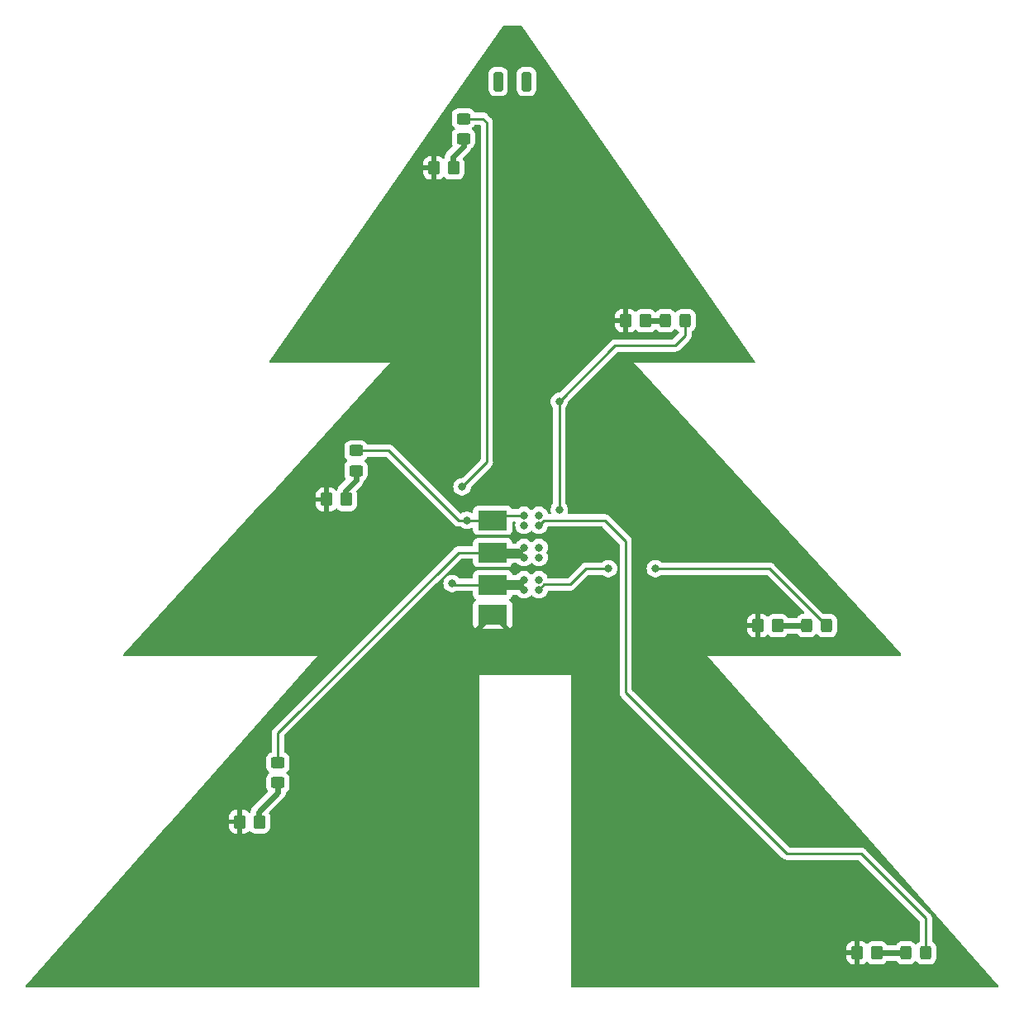
<source format=gbl>
G04 #@! TF.GenerationSoftware,KiCad,Pcbnew,7.0.8*
G04 #@! TF.CreationDate,2024-10-11T08:25:37+02:00*
G04 #@! TF.ProjectId,PCB_Christmas_Tree,5043425f-4368-4726-9973-746d61735f54,rev?*
G04 #@! TF.SameCoordinates,Original*
G04 #@! TF.FileFunction,Copper,L2,Bot*
G04 #@! TF.FilePolarity,Positive*
%FSLAX46Y46*%
G04 Gerber Fmt 4.6, Leading zero omitted, Abs format (unit mm)*
G04 Created by KiCad (PCBNEW 7.0.8) date 2024-10-11 08:25:37*
%MOMM*%
%LPD*%
G01*
G04 APERTURE LIST*
G04 Aperture macros list*
%AMRoundRect*
0 Rectangle with rounded corners*
0 $1 Rounding radius*
0 $2 $3 $4 $5 $6 $7 $8 $9 X,Y pos of 4 corners*
0 Add a 4 corners polygon primitive as box body*
4,1,4,$2,$3,$4,$5,$6,$7,$8,$9,$2,$3,0*
0 Add four circle primitives for the rounded corners*
1,1,$1+$1,$2,$3*
1,1,$1+$1,$4,$5*
1,1,$1+$1,$6,$7*
1,1,$1+$1,$8,$9*
0 Add four rect primitives between the rounded corners*
20,1,$1+$1,$2,$3,$4,$5,0*
20,1,$1+$1,$4,$5,$6,$7,0*
20,1,$1+$1,$6,$7,$8,$9,0*
20,1,$1+$1,$8,$9,$2,$3,0*%
G04 Aperture macros list end*
G04 #@! TA.AperFunction,SMDPad,CuDef*
%ADD10R,3.000000X2.000000*%
G04 #@! TD*
G04 #@! TA.AperFunction,SMDPad,CuDef*
%ADD11RoundRect,0.250000X0.450000X-0.325000X0.450000X0.325000X-0.450000X0.325000X-0.450000X-0.325000X0*%
G04 #@! TD*
G04 #@! TA.AperFunction,SMDPad,CuDef*
%ADD12RoundRect,0.250000X0.350000X0.450000X-0.350000X0.450000X-0.350000X-0.450000X0.350000X-0.450000X0*%
G04 #@! TD*
G04 #@! TA.AperFunction,SMDPad,CuDef*
%ADD13RoundRect,0.250000X0.250000X0.750000X-0.250000X0.750000X-0.250000X-0.750000X0.250000X-0.750000X0*%
G04 #@! TD*
G04 #@! TA.AperFunction,SMDPad,CuDef*
%ADD14RoundRect,0.250000X-0.325000X-0.450000X0.325000X-0.450000X0.325000X0.450000X-0.325000X0.450000X0*%
G04 #@! TD*
G04 #@! TA.AperFunction,ViaPad*
%ADD15C,0.800000*%
G04 #@! TD*
G04 #@! TA.AperFunction,Conductor*
%ADD16C,0.600000*%
G04 #@! TD*
G04 #@! TA.AperFunction,Conductor*
%ADD17C,0.250000*%
G04 #@! TD*
G04 #@! TA.AperFunction,Conductor*
%ADD18C,1.000000*%
G04 #@! TD*
G04 APERTURE END LIST*
D10*
X94823000Y-94208000D03*
X94823000Y-97510000D03*
X94823000Y-100812000D03*
X94823000Y-103860000D03*
D11*
X91823000Y-55098000D03*
X91823000Y-53048000D03*
D12*
X70910500Y-125098000D03*
X68910500Y-125098000D03*
X134171000Y-138528000D03*
X132171000Y-138528000D03*
X110469000Y-73758000D03*
X108469000Y-73758000D03*
X124011000Y-105000000D03*
X122011000Y-105000000D03*
D13*
X98293000Y-49247000D03*
D14*
X126986000Y-105000000D03*
X129036000Y-105000000D03*
D12*
X79823000Y-92073000D03*
X77823000Y-92073000D03*
D11*
X80823000Y-89123000D03*
X80823000Y-87073000D03*
D14*
X137146000Y-138528000D03*
X139196000Y-138528000D03*
D13*
X95372000Y-49247000D03*
D11*
X72823000Y-121098000D03*
X72823000Y-119048000D03*
D14*
X112508000Y-73758000D03*
X114558000Y-73758000D03*
D12*
X90823000Y-58098000D03*
X88823000Y-58098000D03*
D15*
X91943000Y-124558000D03*
X93975000Y-104365000D03*
X103823000Y-114398000D03*
X103823000Y-109318000D03*
X95753000Y-59788000D03*
X99563000Y-104365000D03*
X98039000Y-104365000D03*
X120086200Y-104949200D03*
X108503800Y-71675200D03*
X124759800Y-122018000D03*
X97023000Y-62328000D03*
X95753000Y-75028000D03*
X91943000Y-111858000D03*
X103823000Y-122018000D03*
X91943000Y-132178000D03*
X97023000Y-67408000D03*
X91943000Y-122018000D03*
X93975000Y-103349000D03*
X97023000Y-57248000D03*
X95753000Y-78838000D03*
X95753000Y-88998000D03*
X101722000Y-103857000D03*
X118816200Y-91893600D03*
X116835000Y-89861600D03*
X126639400Y-123999200D03*
X63190200Y-138020000D03*
X103823000Y-119478000D03*
X94737000Y-106778000D03*
X95753000Y-83918000D03*
X103823000Y-129638000D03*
X91943000Y-134718000D03*
X91943000Y-129638000D03*
X61310600Y-135937200D03*
X103823000Y-137258000D03*
X92095400Y-104034800D03*
X103823000Y-124558000D03*
X106623000Y-73704000D03*
X103823000Y-116938000D03*
X95753000Y-54708000D03*
X77769800Y-94179600D03*
X103823000Y-132178000D03*
X103823000Y-127098000D03*
X103823000Y-139798000D03*
X68981400Y-126996400D03*
X98039000Y-103349000D03*
X91943000Y-114398000D03*
X116733400Y-94230400D03*
X95753000Y-69948000D03*
X91943000Y-137258000D03*
X103823000Y-111858000D03*
X91943000Y-139798000D03*
X91943000Y-127098000D03*
X86344000Y-73561000D03*
X102103000Y-106778000D03*
X122118200Y-102917200D03*
X97023000Y-86458000D03*
X70657800Y-102714000D03*
X95753000Y-64868000D03*
X94483000Y-91538000D03*
X95499000Y-103349000D03*
X97023000Y-81378000D03*
X72588200Y-104746000D03*
X97023000Y-72488000D03*
X91943000Y-116938000D03*
X94102000Y-98015000D03*
X77922200Y-89760000D03*
X104744600Y-60092800D03*
X99004200Y-106778000D03*
X132227400Y-136445200D03*
X75890200Y-92147600D03*
X88844200Y-60092800D03*
X101645800Y-82038400D03*
X99563000Y-96999000D03*
X99563000Y-103349000D03*
X95499000Y-104365000D03*
X91943000Y-119478000D03*
X130398600Y-138477200D03*
X103823000Y-134718000D03*
X91943000Y-109318000D03*
X84119800Y-71726000D03*
X95626000Y-96999000D03*
X101645800Y-93112800D03*
X95626000Y-100301000D03*
X111501000Y-99158000D03*
X98039000Y-100301000D03*
X94102000Y-101317000D03*
X99563000Y-101317000D03*
X95626000Y-98015000D03*
X98039000Y-101317000D03*
X95626000Y-101317000D03*
X91689000Y-90776000D03*
X90673000Y-100682000D03*
X94102000Y-94713000D03*
X98039000Y-93697000D03*
X106675000Y-99158000D03*
X98039000Y-98015000D03*
X98039000Y-96999000D03*
X99563000Y-100301000D03*
X94102000Y-100301000D03*
X99563000Y-98015000D03*
X94102000Y-96999000D03*
X94102000Y-93697000D03*
X99563000Y-93697000D03*
X98039000Y-94713000D03*
X98323000Y-49298000D03*
X95626000Y-93697000D03*
X99563000Y-94713000D03*
X92197000Y-94208000D03*
X95626000Y-94713000D03*
X95423000Y-49298000D03*
D16*
X126986000Y-105000000D02*
X123923500Y-105000000D01*
X91823000Y-55098000D02*
X91823000Y-55894800D01*
X70823000Y-124088000D02*
X70823000Y-125098000D01*
X90735500Y-56982300D02*
X90735500Y-58098000D01*
X91823000Y-55894800D02*
X90735500Y-56982300D01*
X72823000Y-122088000D02*
X70823000Y-124088000D01*
X72823000Y-121098000D02*
X72823000Y-122088000D01*
X112508000Y-73758000D02*
X110381500Y-73758000D01*
D17*
X91305000Y-97510000D02*
X72823000Y-115992000D01*
D16*
X137146000Y-138528000D02*
X134083500Y-138528000D01*
D17*
X114558000Y-75273000D02*
X114558000Y-73758000D01*
D18*
X96210200Y-97583200D02*
X97454800Y-97583200D01*
D17*
X97454800Y-97583200D02*
X98039000Y-96999000D01*
X92095400Y-97510000D02*
X91305000Y-97510000D01*
X92095400Y-97510000D02*
X94823000Y-97510000D01*
X72823000Y-115992000D02*
X72823000Y-119048000D01*
D16*
X80823000Y-89123000D02*
X80823000Y-90059600D01*
D17*
X107386200Y-76298000D02*
X113533000Y-76298000D01*
X101645800Y-82038400D02*
X101645800Y-93112800D01*
D16*
X79735500Y-91147100D02*
X79735500Y-92073000D01*
D17*
X101645800Y-82038400D02*
X107386200Y-76298000D01*
D16*
X80823000Y-90059600D02*
X79735500Y-91147100D01*
D17*
X95626000Y-96999000D02*
X96210200Y-97583200D01*
X113533000Y-76298000D02*
X114558000Y-75273000D01*
X90673000Y-100682000D02*
X90803000Y-100812000D01*
X104389000Y-99158000D02*
X102763400Y-100783600D01*
D18*
X97556400Y-100834400D02*
X96108600Y-100834400D01*
D17*
X98039000Y-101317000D02*
X97556400Y-100834400D01*
X100096400Y-100783600D02*
X99563000Y-101317000D01*
X94229000Y-88236000D02*
X91689000Y-90776000D01*
X139196000Y-134981000D02*
X132583000Y-128368000D01*
X123194000Y-99158000D02*
X111501000Y-99158000D01*
X124963000Y-128368000D02*
X108453000Y-111858000D01*
X91311000Y-94208000D02*
X84176000Y-87073000D01*
X92197000Y-94208000D02*
X91311000Y-94208000D01*
X91823000Y-53048000D02*
X93839000Y-53048000D01*
X132583000Y-128368000D02*
X124963000Y-128368000D01*
X96108600Y-100834400D02*
X95626000Y-101317000D01*
X106675000Y-99158000D02*
X104389000Y-99158000D01*
X94229000Y-53438000D02*
X94229000Y-88236000D01*
X139196000Y-138528000D02*
X139196000Y-134981000D01*
X106297000Y-94208000D02*
X100068000Y-94208000D01*
X90803000Y-100812000D02*
X94823000Y-100812000D01*
X102763400Y-100783600D02*
X100096400Y-100783600D01*
X129036000Y-105000000D02*
X123194000Y-99158000D01*
X93839000Y-53048000D02*
X94229000Y-53438000D01*
X92197000Y-94208000D02*
X94823000Y-94208000D01*
X108453000Y-111858000D02*
X108453000Y-96364000D01*
X98039000Y-93697000D02*
X95626000Y-93697000D01*
X108453000Y-96364000D02*
X106297000Y-94208000D01*
X100068000Y-94208000D02*
X99563000Y-94713000D01*
X84176000Y-87073000D02*
X80823000Y-87073000D01*
G04 #@! TA.AperFunction,Conductor*
G36*
X97725032Y-43518185D02*
G01*
X97759743Y-43551628D01*
X121686308Y-77902628D01*
X121708472Y-77968889D01*
X121691294Y-78036614D01*
X121640228Y-78084301D01*
X121584558Y-78097500D01*
X109323952Y-78097500D01*
X109323006Y-78097458D01*
X109322902Y-78097500D01*
X109322901Y-78097500D01*
X109322821Y-78097532D01*
X109322634Y-78097601D01*
X109322633Y-78097601D01*
X109322621Y-78097606D01*
X109322545Y-78097791D01*
X109322453Y-78097987D01*
X109322538Y-78098193D01*
X109322603Y-78098370D01*
X109323298Y-78099065D01*
X124205053Y-94333706D01*
X135082946Y-106200499D01*
X136631390Y-107889710D01*
X136662180Y-107952430D01*
X136654173Y-108021839D01*
X136609911Y-108075901D01*
X136543448Y-108097452D01*
X136539983Y-108097500D01*
X116825648Y-108097500D01*
X116823022Y-108097416D01*
X116822585Y-108097580D01*
X116822407Y-108097973D01*
X116822567Y-108098392D01*
X116824370Y-108100309D01*
X146640090Y-141891459D01*
X146669684Y-141954751D01*
X146660362Y-142023996D01*
X146615084Y-142077209D01*
X146548224Y-142097495D01*
X146547110Y-142097500D01*
X102947500Y-142097500D01*
X102880461Y-142077815D01*
X102834706Y-142025011D01*
X102823500Y-141973500D01*
X102823500Y-138778000D01*
X131071001Y-138778000D01*
X131071001Y-139027986D01*
X131081494Y-139130697D01*
X131136641Y-139297119D01*
X131136643Y-139297124D01*
X131228684Y-139446345D01*
X131352654Y-139570315D01*
X131501875Y-139662356D01*
X131501880Y-139662358D01*
X131668302Y-139717505D01*
X131668309Y-139717506D01*
X131771019Y-139727999D01*
X131920999Y-139727999D01*
X131921000Y-139727998D01*
X131921000Y-138778000D01*
X131071001Y-138778000D01*
X102823500Y-138778000D01*
X102823500Y-138278000D01*
X131071000Y-138278000D01*
X131921000Y-138278000D01*
X131921000Y-137328000D01*
X131771027Y-137328000D01*
X131771012Y-137328001D01*
X131668302Y-137338494D01*
X131501880Y-137393641D01*
X131501875Y-137393643D01*
X131352654Y-137485684D01*
X131228684Y-137609654D01*
X131136643Y-137758875D01*
X131136641Y-137758880D01*
X131081494Y-137925302D01*
X131081493Y-137925309D01*
X131071000Y-138028013D01*
X131071000Y-138278000D01*
X102823500Y-138278000D01*
X102823500Y-110122759D01*
X102823528Y-110122616D01*
X102823524Y-110122616D01*
X102823539Y-110098002D01*
X102823541Y-110098000D01*
X102823462Y-110097808D01*
X102823384Y-110097618D01*
X102823382Y-110097616D01*
X102823099Y-110097500D01*
X102823000Y-110097459D01*
X102798446Y-110097459D01*
X102798240Y-110097500D01*
X93491760Y-110097500D01*
X93491554Y-110097459D01*
X93467000Y-110097459D01*
X93466901Y-110097500D01*
X93466617Y-110097616D01*
X93466615Y-110097618D01*
X93466459Y-110097999D01*
X93466476Y-110122616D01*
X93466471Y-110122616D01*
X93466500Y-110122759D01*
X93466500Y-141959537D01*
X93446815Y-142026576D01*
X93394011Y-142072331D01*
X93342537Y-142083537D01*
X47098997Y-142097416D01*
X47031952Y-142077752D01*
X46986181Y-142024961D01*
X46976217Y-141955806D01*
X47005223Y-141892241D01*
X47005907Y-141891459D01*
X61603077Y-125348000D01*
X67810501Y-125348000D01*
X67810501Y-125597986D01*
X67820994Y-125700697D01*
X67876141Y-125867119D01*
X67876143Y-125867124D01*
X67968184Y-126016345D01*
X68092154Y-126140315D01*
X68241375Y-126232356D01*
X68241380Y-126232358D01*
X68407802Y-126287505D01*
X68407809Y-126287506D01*
X68510519Y-126297999D01*
X68660499Y-126297999D01*
X69160500Y-126297999D01*
X69310472Y-126297999D01*
X69310486Y-126297998D01*
X69413197Y-126287505D01*
X69579619Y-126232358D01*
X69579624Y-126232356D01*
X69728842Y-126140317D01*
X69822464Y-126046695D01*
X69883787Y-126013210D01*
X69953479Y-126018194D01*
X69997827Y-126046695D01*
X70091844Y-126140712D01*
X70241166Y-126232814D01*
X70407703Y-126287999D01*
X70510491Y-126298500D01*
X71310508Y-126298499D01*
X71310516Y-126298498D01*
X71310519Y-126298498D01*
X71366802Y-126292748D01*
X71413297Y-126287999D01*
X71579834Y-126232814D01*
X71729156Y-126140712D01*
X71853212Y-126016656D01*
X71945314Y-125867334D01*
X72000499Y-125700797D01*
X72011000Y-125598009D01*
X72010999Y-124597992D01*
X72000499Y-124495203D01*
X71945314Y-124328666D01*
X71945310Y-124328660D01*
X71945309Y-124328657D01*
X71908697Y-124269300D01*
X71890256Y-124201908D01*
X71911178Y-124135244D01*
X71926549Y-124116527D01*
X73420826Y-122622252D01*
X73452816Y-122590262D01*
X73475037Y-122554895D01*
X73479052Y-122549236D01*
X73505091Y-122516587D01*
X73523209Y-122478961D01*
X73526565Y-122472889D01*
X73548789Y-122437522D01*
X73562580Y-122398105D01*
X73565236Y-122391693D01*
X73583360Y-122354061D01*
X73592658Y-122313321D01*
X73594571Y-122306680D01*
X73608368Y-122267255D01*
X73613043Y-122225760D01*
X73614208Y-122218905D01*
X73615726Y-122212249D01*
X73623500Y-122178194D01*
X73623500Y-122157797D01*
X73643185Y-122090758D01*
X73682403Y-122052258D01*
X73741656Y-122015712D01*
X73865712Y-121891656D01*
X73957814Y-121742334D01*
X74012999Y-121575797D01*
X74023500Y-121473009D01*
X74023499Y-120722992D01*
X74012999Y-120620203D01*
X73957814Y-120453666D01*
X73865712Y-120304344D01*
X73741656Y-120180288D01*
X73738819Y-120178538D01*
X73737283Y-120176830D01*
X73735989Y-120175807D01*
X73736163Y-120175585D01*
X73692096Y-120126594D01*
X73680872Y-120057632D01*
X73708713Y-119993549D01*
X73738817Y-119967462D01*
X73741656Y-119965712D01*
X73865712Y-119841656D01*
X73957814Y-119692334D01*
X74012999Y-119525797D01*
X74023500Y-119423009D01*
X74023499Y-118672992D01*
X74012999Y-118570203D01*
X73957814Y-118403666D01*
X73865712Y-118254344D01*
X73741656Y-118130288D01*
X73592334Y-118038186D01*
X73533493Y-118018688D01*
X73476051Y-117978916D01*
X73449228Y-117914400D01*
X73448500Y-117900983D01*
X73448500Y-116302452D01*
X73468185Y-116235413D01*
X73484819Y-116214771D01*
X84339592Y-105359999D01*
X93676552Y-105359999D01*
X93676553Y-105360000D01*
X95969447Y-105360000D01*
X95969447Y-105359999D01*
X94823000Y-104213553D01*
X93676552Y-105359999D01*
X84339592Y-105359999D01*
X89017591Y-100682000D01*
X89767540Y-100682000D01*
X89787326Y-100870256D01*
X89787327Y-100870259D01*
X89845818Y-101050277D01*
X89845821Y-101050284D01*
X89940467Y-101214216D01*
X90001293Y-101281770D01*
X90067129Y-101354888D01*
X90220265Y-101466148D01*
X90220270Y-101466151D01*
X90393192Y-101543142D01*
X90393197Y-101543144D01*
X90578354Y-101582500D01*
X90578355Y-101582500D01*
X90767644Y-101582500D01*
X90767646Y-101582500D01*
X90952803Y-101543144D01*
X91125730Y-101466151D01*
X91126787Y-101465383D01*
X91132570Y-101461182D01*
X91198376Y-101437702D01*
X91205455Y-101437500D01*
X92698501Y-101437500D01*
X92765540Y-101457185D01*
X92811295Y-101509989D01*
X92822501Y-101561500D01*
X92822501Y-101859876D01*
X92828908Y-101919483D01*
X92879202Y-102054328D01*
X92879206Y-102054335D01*
X92965452Y-102169544D01*
X92965455Y-102169547D01*
X93055621Y-102237046D01*
X93097492Y-102292980D01*
X93102476Y-102362671D01*
X93068990Y-102423994D01*
X93055622Y-102435578D01*
X92965809Y-102502812D01*
X92879649Y-102617906D01*
X92879645Y-102617913D01*
X92829403Y-102752620D01*
X92829401Y-102752627D01*
X92823000Y-102812155D01*
X92823000Y-104907844D01*
X92829401Y-104967372D01*
X92829403Y-104967379D01*
X92879645Y-105102086D01*
X92879649Y-105102093D01*
X92965808Y-105217185D01*
X92965817Y-105217194D01*
X93049560Y-105279885D01*
X93049562Y-105279884D01*
X94735318Y-103594128D01*
X94796641Y-103560643D01*
X94866333Y-103565627D01*
X94910680Y-103594128D01*
X96596436Y-105279884D01*
X96680190Y-105217186D01*
X96766350Y-105102093D01*
X96766354Y-105102086D01*
X96816596Y-104967379D01*
X96816598Y-104967372D01*
X96822999Y-104907844D01*
X96823000Y-104907827D01*
X96823000Y-102812172D01*
X96822999Y-102812155D01*
X96816598Y-102752627D01*
X96816596Y-102752620D01*
X96766354Y-102617913D01*
X96766350Y-102617906D01*
X96680190Y-102502813D01*
X96590378Y-102435579D01*
X96548507Y-102379645D01*
X96543523Y-102309953D01*
X96577008Y-102248630D01*
X96590371Y-102237050D01*
X96680546Y-102169546D01*
X96766796Y-102054331D01*
X96817091Y-101919483D01*
X96818552Y-101915567D01*
X96860423Y-101859633D01*
X96925887Y-101835216D01*
X96934734Y-101834900D01*
X97238368Y-101834900D01*
X97305407Y-101854585D01*
X97330516Y-101875926D01*
X97433129Y-101989888D01*
X97433132Y-101989890D01*
X97586265Y-102101148D01*
X97586270Y-102101151D01*
X97759192Y-102178142D01*
X97759197Y-102178144D01*
X97944354Y-102217500D01*
X97944355Y-102217500D01*
X98133644Y-102217500D01*
X98133646Y-102217500D01*
X98318803Y-102178144D01*
X98491730Y-102101151D01*
X98644871Y-101989888D01*
X98708850Y-101918831D01*
X98768337Y-101882183D01*
X98838194Y-101883514D01*
X98893150Y-101918832D01*
X98957129Y-101989888D01*
X99110265Y-102101148D01*
X99110270Y-102101151D01*
X99283192Y-102178142D01*
X99283197Y-102178144D01*
X99468354Y-102217500D01*
X99468355Y-102217500D01*
X99657644Y-102217500D01*
X99657646Y-102217500D01*
X99842803Y-102178144D01*
X100015730Y-102101151D01*
X100168871Y-101989888D01*
X100295533Y-101849216D01*
X100390179Y-101685284D01*
X100448674Y-101505256D01*
X100448674Y-101505255D01*
X100450682Y-101499076D01*
X100452384Y-101499629D01*
X100481434Y-101445832D01*
X100542599Y-101412059D01*
X100569526Y-101409100D01*
X102680657Y-101409100D01*
X102696277Y-101410824D01*
X102696304Y-101410539D01*
X102704060Y-101411271D01*
X102704067Y-101411273D01*
X102773214Y-101409100D01*
X102802750Y-101409100D01*
X102809628Y-101408230D01*
X102815441Y-101407772D01*
X102862027Y-101406309D01*
X102881269Y-101400717D01*
X102900312Y-101396774D01*
X102920192Y-101394264D01*
X102963522Y-101377107D01*
X102969046Y-101375217D01*
X102972796Y-101374127D01*
X103013790Y-101362218D01*
X103031029Y-101352022D01*
X103048503Y-101343462D01*
X103067127Y-101336088D01*
X103067127Y-101336087D01*
X103067132Y-101336086D01*
X103104849Y-101308682D01*
X103109705Y-101305492D01*
X103149820Y-101281770D01*
X103163989Y-101267599D01*
X103178779Y-101254968D01*
X103194987Y-101243194D01*
X103224699Y-101207276D01*
X103228612Y-101202976D01*
X104611771Y-99819819D01*
X104673094Y-99786334D01*
X104699452Y-99783500D01*
X105971252Y-99783500D01*
X106038291Y-99803185D01*
X106063400Y-99824526D01*
X106069126Y-99830885D01*
X106069130Y-99830889D01*
X106222265Y-99942148D01*
X106222270Y-99942151D01*
X106395192Y-100019142D01*
X106395197Y-100019144D01*
X106580354Y-100058500D01*
X106580355Y-100058500D01*
X106769644Y-100058500D01*
X106769646Y-100058500D01*
X106954803Y-100019144D01*
X107127730Y-99942151D01*
X107280871Y-99830888D01*
X107407533Y-99690216D01*
X107502179Y-99526284D01*
X107560674Y-99346256D01*
X107580179Y-99160668D01*
X107580892Y-99158936D01*
X107580179Y-99155329D01*
X107578817Y-99142368D01*
X107560674Y-98969744D01*
X107502179Y-98789716D01*
X107407533Y-98625784D01*
X107280871Y-98485112D01*
X107280870Y-98485111D01*
X107127734Y-98373851D01*
X107127729Y-98373848D01*
X106954807Y-98296857D01*
X106954802Y-98296855D01*
X106779055Y-98259500D01*
X106769646Y-98257500D01*
X106580354Y-98257500D01*
X106570945Y-98259500D01*
X106395197Y-98296855D01*
X106395192Y-98296857D01*
X106222270Y-98373848D01*
X106222265Y-98373851D01*
X106069130Y-98485110D01*
X106069126Y-98485114D01*
X106063400Y-98491474D01*
X106003913Y-98528121D01*
X105971252Y-98532500D01*
X104471743Y-98532500D01*
X104456122Y-98530775D01*
X104456095Y-98531061D01*
X104448333Y-98530326D01*
X104379172Y-98532500D01*
X104349649Y-98532500D01*
X104342778Y-98533367D01*
X104336959Y-98533825D01*
X104290374Y-98535289D01*
X104290368Y-98535290D01*
X104271126Y-98540880D01*
X104252087Y-98544823D01*
X104232217Y-98547334D01*
X104232203Y-98547337D01*
X104188883Y-98564488D01*
X104183358Y-98566380D01*
X104138613Y-98579380D01*
X104138610Y-98579381D01*
X104121366Y-98589579D01*
X104103905Y-98598133D01*
X104085274Y-98605510D01*
X104085262Y-98605517D01*
X104047570Y-98632902D01*
X104042687Y-98636109D01*
X104002580Y-98659829D01*
X103988414Y-98673995D01*
X103973624Y-98686627D01*
X103957414Y-98698404D01*
X103957411Y-98698407D01*
X103927710Y-98734309D01*
X103923777Y-98738631D01*
X102540628Y-100121781D01*
X102479305Y-100155266D01*
X102452947Y-100158100D01*
X100553502Y-100158100D01*
X100486463Y-100138415D01*
X100440708Y-100085611D01*
X100435571Y-100072418D01*
X100432348Y-100062500D01*
X100390179Y-99932716D01*
X100295533Y-99768784D01*
X100168871Y-99628112D01*
X100088434Y-99569671D01*
X100015734Y-99516851D01*
X100015729Y-99516848D01*
X99842807Y-99439857D01*
X99842802Y-99439855D01*
X99697001Y-99408865D01*
X99657646Y-99400500D01*
X99468354Y-99400500D01*
X99435897Y-99407398D01*
X99283197Y-99439855D01*
X99283192Y-99439857D01*
X99110270Y-99516848D01*
X99110265Y-99516851D01*
X98957129Y-99628111D01*
X98957128Y-99628112D01*
X98893149Y-99699168D01*
X98833663Y-99735816D01*
X98763806Y-99734485D01*
X98708851Y-99699168D01*
X98644871Y-99628112D01*
X98644870Y-99628111D01*
X98491734Y-99516851D01*
X98491729Y-99516848D01*
X98318807Y-99439857D01*
X98318802Y-99439855D01*
X98173001Y-99408865D01*
X98133646Y-99400500D01*
X97944354Y-99400500D01*
X97911897Y-99407398D01*
X97759197Y-99439855D01*
X97759192Y-99439857D01*
X97586270Y-99516848D01*
X97586265Y-99516851D01*
X97433129Y-99628111D01*
X97306467Y-99768783D01*
X97304670Y-99771897D01*
X97303156Y-99773340D01*
X97302645Y-99774044D01*
X97302516Y-99773950D01*
X97254104Y-99820114D01*
X97197281Y-99833900D01*
X96942384Y-99833900D01*
X96875345Y-99814215D01*
X96829590Y-99761411D01*
X96819094Y-99723151D01*
X96817091Y-99704516D01*
X96766797Y-99569671D01*
X96766793Y-99569664D01*
X96680547Y-99454455D01*
X96680544Y-99454452D01*
X96565335Y-99368206D01*
X96565328Y-99368202D01*
X96430482Y-99317908D01*
X96430483Y-99317908D01*
X96370883Y-99311501D01*
X96370881Y-99311500D01*
X96370873Y-99311500D01*
X96370864Y-99311500D01*
X93275129Y-99311500D01*
X93275123Y-99311501D01*
X93215516Y-99317908D01*
X93080671Y-99368202D01*
X93080664Y-99368206D01*
X92965455Y-99454452D01*
X92965452Y-99454455D01*
X92879206Y-99569664D01*
X92879202Y-99569671D01*
X92828908Y-99704517D01*
X92822501Y-99764116D01*
X92822500Y-99764135D01*
X92822500Y-100062500D01*
X92802815Y-100129539D01*
X92750011Y-100175294D01*
X92698500Y-100186500D01*
X91493800Y-100186500D01*
X91426761Y-100166815D01*
X91401650Y-100145472D01*
X91278870Y-100009111D01*
X91125734Y-99897851D01*
X91125729Y-99897848D01*
X90952807Y-99820857D01*
X90952802Y-99820855D01*
X90777055Y-99783500D01*
X90767646Y-99781500D01*
X90578354Y-99781500D01*
X90568945Y-99783500D01*
X90393197Y-99820855D01*
X90393192Y-99820857D01*
X90220270Y-99897848D01*
X90220265Y-99897851D01*
X90067129Y-100009111D01*
X89940466Y-100149785D01*
X89845821Y-100313715D01*
X89845818Y-100313722D01*
X89787327Y-100493740D01*
X89787326Y-100493744D01*
X89767540Y-100682000D01*
X89017591Y-100682000D01*
X91527772Y-98171819D01*
X91589095Y-98138334D01*
X91615453Y-98135500D01*
X92016381Y-98135500D01*
X92698501Y-98135500D01*
X92765540Y-98155185D01*
X92811295Y-98207989D01*
X92822501Y-98259500D01*
X92822501Y-98557876D01*
X92828908Y-98617483D01*
X92879202Y-98752328D01*
X92879206Y-98752335D01*
X92965452Y-98867544D01*
X92965455Y-98867547D01*
X93080664Y-98953793D01*
X93080671Y-98953797D01*
X93215517Y-99004091D01*
X93215516Y-99004091D01*
X93222444Y-99004835D01*
X93275127Y-99010500D01*
X96370872Y-99010499D01*
X96430483Y-99004091D01*
X96565331Y-98953796D01*
X96680546Y-98867546D01*
X96766796Y-98752331D01*
X96783042Y-98708773D01*
X96799605Y-98664367D01*
X96841476Y-98608433D01*
X96906941Y-98584016D01*
X96915787Y-98583700D01*
X97284108Y-98583700D01*
X97351147Y-98603385D01*
X97376257Y-98624727D01*
X97433128Y-98687887D01*
X97433135Y-98687893D01*
X97586265Y-98799148D01*
X97586270Y-98799151D01*
X97759192Y-98876142D01*
X97759197Y-98876144D01*
X97944354Y-98915500D01*
X97944355Y-98915500D01*
X98133644Y-98915500D01*
X98133646Y-98915500D01*
X98318803Y-98876144D01*
X98491730Y-98799151D01*
X98644871Y-98687888D01*
X98708850Y-98616831D01*
X98768337Y-98580183D01*
X98838194Y-98581514D01*
X98893149Y-98616831D01*
X98935951Y-98664367D01*
X98957129Y-98687888D01*
X99110265Y-98799148D01*
X99110270Y-98799151D01*
X99283192Y-98876142D01*
X99283197Y-98876144D01*
X99468354Y-98915500D01*
X99468355Y-98915500D01*
X99657644Y-98915500D01*
X99657646Y-98915500D01*
X99842803Y-98876144D01*
X100015730Y-98799151D01*
X100168871Y-98687888D01*
X100295533Y-98547216D01*
X100390179Y-98383284D01*
X100448674Y-98203256D01*
X100468460Y-98015000D01*
X100448674Y-97826744D01*
X100390179Y-97646716D01*
X100345308Y-97568997D01*
X100328836Y-97501100D01*
X100345308Y-97445002D01*
X100390179Y-97367284D01*
X100448674Y-97187256D01*
X100468460Y-96999000D01*
X100448674Y-96810744D01*
X100390179Y-96630716D01*
X100295533Y-96466784D01*
X100168871Y-96326112D01*
X100166859Y-96324650D01*
X100015734Y-96214851D01*
X100015729Y-96214848D01*
X99842807Y-96137857D01*
X99842802Y-96137855D01*
X99697001Y-96106865D01*
X99657646Y-96098500D01*
X99468354Y-96098500D01*
X99435897Y-96105398D01*
X99283197Y-96137855D01*
X99283192Y-96137857D01*
X99110270Y-96214848D01*
X99110265Y-96214851D01*
X98957129Y-96326111D01*
X98957128Y-96326112D01*
X98893149Y-96397168D01*
X98833663Y-96433816D01*
X98763806Y-96432485D01*
X98708851Y-96397168D01*
X98644871Y-96326112D01*
X98644870Y-96326111D01*
X98491734Y-96214851D01*
X98491729Y-96214848D01*
X98318807Y-96137857D01*
X98318802Y-96137855D01*
X98173001Y-96106865D01*
X98133646Y-96098500D01*
X97944354Y-96098500D01*
X97911897Y-96105398D01*
X97759197Y-96137855D01*
X97759192Y-96137857D01*
X97586270Y-96214848D01*
X97586265Y-96214851D01*
X97433129Y-96326111D01*
X97306465Y-96466785D01*
X97275338Y-96520700D01*
X97224771Y-96568916D01*
X97167951Y-96582700D01*
X96947493Y-96582700D01*
X96880454Y-96563015D01*
X96834699Y-96510211D01*
X96823670Y-96465324D01*
X96823499Y-96462135D01*
X96823499Y-96462128D01*
X96817091Y-96402517D01*
X96788593Y-96326111D01*
X96766797Y-96267671D01*
X96766793Y-96267664D01*
X96680547Y-96152455D01*
X96680544Y-96152452D01*
X96565335Y-96066206D01*
X96565328Y-96066202D01*
X96430482Y-96015908D01*
X96430483Y-96015908D01*
X96370883Y-96009501D01*
X96370881Y-96009500D01*
X96370873Y-96009500D01*
X96370864Y-96009500D01*
X93275129Y-96009500D01*
X93275123Y-96009501D01*
X93215516Y-96015908D01*
X93080671Y-96066202D01*
X93080664Y-96066206D01*
X92965455Y-96152452D01*
X92965452Y-96152455D01*
X92879206Y-96267664D01*
X92879202Y-96267671D01*
X92828908Y-96402517D01*
X92822501Y-96462116D01*
X92822501Y-96462125D01*
X92822500Y-96462135D01*
X92822500Y-96760500D01*
X92802815Y-96827539D01*
X92750011Y-96873294D01*
X92698500Y-96884500D01*
X91387738Y-96884500D01*
X91372121Y-96882776D01*
X91372094Y-96883062D01*
X91364332Y-96882327D01*
X91295204Y-96884500D01*
X91265650Y-96884500D01*
X91264929Y-96884590D01*
X91258757Y-96885369D01*
X91252945Y-96885826D01*
X91206373Y-96887290D01*
X91206372Y-96887290D01*
X91187129Y-96892881D01*
X91168079Y-96896825D01*
X91148211Y-96899334D01*
X91104884Y-96916488D01*
X91099358Y-96918379D01*
X91054614Y-96931379D01*
X91054610Y-96931381D01*
X91037366Y-96941579D01*
X91019905Y-96950133D01*
X91001274Y-96957510D01*
X91001262Y-96957517D01*
X90963570Y-96984902D01*
X90958687Y-96988109D01*
X90918580Y-97011829D01*
X90904414Y-97025995D01*
X90889624Y-97038627D01*
X90873414Y-97050404D01*
X90873411Y-97050407D01*
X90843710Y-97086309D01*
X90839777Y-97090631D01*
X72439208Y-115491199D01*
X72426951Y-115501020D01*
X72427134Y-115501241D01*
X72421123Y-115506213D01*
X72373772Y-115556636D01*
X72352889Y-115577519D01*
X72352877Y-115577532D01*
X72348621Y-115583017D01*
X72344837Y-115587447D01*
X72312937Y-115621418D01*
X72312936Y-115621420D01*
X72303284Y-115638976D01*
X72292610Y-115655226D01*
X72280329Y-115671061D01*
X72280324Y-115671068D01*
X72261815Y-115713838D01*
X72259245Y-115719084D01*
X72236803Y-115759906D01*
X72231822Y-115779307D01*
X72225521Y-115797710D01*
X72217562Y-115816102D01*
X72217561Y-115816105D01*
X72210271Y-115862127D01*
X72209087Y-115867846D01*
X72197501Y-115912972D01*
X72197500Y-115912982D01*
X72197500Y-115933016D01*
X72195973Y-115952415D01*
X72192840Y-115972194D01*
X72192840Y-115972195D01*
X72197225Y-116018583D01*
X72197500Y-116024421D01*
X72197500Y-117900983D01*
X72177815Y-117968022D01*
X72125011Y-118013777D01*
X72112510Y-118018686D01*
X72053666Y-118038186D01*
X72053663Y-118038187D01*
X71904342Y-118130289D01*
X71780289Y-118254342D01*
X71688187Y-118403663D01*
X71688186Y-118403666D01*
X71633001Y-118570203D01*
X71633001Y-118570204D01*
X71633000Y-118570204D01*
X71622500Y-118672983D01*
X71622500Y-119423001D01*
X71622501Y-119423019D01*
X71633000Y-119525796D01*
X71633001Y-119525799D01*
X71688185Y-119692331D01*
X71688187Y-119692336D01*
X71780289Y-119841657D01*
X71904346Y-119965714D01*
X71907182Y-119967463D01*
X71908717Y-119969170D01*
X71910011Y-119970193D01*
X71909836Y-119970414D01*
X71953905Y-120019411D01*
X71965126Y-120088374D01*
X71937282Y-120152456D01*
X71907182Y-120178537D01*
X71904346Y-120180285D01*
X71780289Y-120304342D01*
X71688187Y-120453663D01*
X71688186Y-120453666D01*
X71633001Y-120620203D01*
X71633001Y-120620204D01*
X71633000Y-120620204D01*
X71622500Y-120722983D01*
X71622500Y-121473001D01*
X71622501Y-121473019D01*
X71633000Y-121575796D01*
X71633001Y-121575799D01*
X71688185Y-121742331D01*
X71688189Y-121742340D01*
X71769628Y-121874374D01*
X71788068Y-121941766D01*
X71767145Y-122008430D01*
X71751770Y-122027151D01*
X70320738Y-123458184D01*
X70193186Y-123585735D01*
X70193183Y-123585739D01*
X70170966Y-123621096D01*
X70166941Y-123626769D01*
X70140910Y-123659410D01*
X70122791Y-123697033D01*
X70119427Y-123703120D01*
X70097212Y-123738476D01*
X70097208Y-123738483D01*
X70083416Y-123777895D01*
X70080755Y-123784320D01*
X70062639Y-123821939D01*
X70053344Y-123862659D01*
X70051419Y-123869341D01*
X70037632Y-123908744D01*
X70032955Y-123950235D01*
X70031791Y-123957089D01*
X70022500Y-123997806D01*
X70022500Y-124049977D01*
X70002815Y-124117016D01*
X69950011Y-124162771D01*
X69880853Y-124172715D01*
X69817297Y-124143690D01*
X69810819Y-124137658D01*
X69728845Y-124055684D01*
X69579624Y-123963643D01*
X69579619Y-123963641D01*
X69413197Y-123908494D01*
X69413190Y-123908493D01*
X69310486Y-123898000D01*
X69160500Y-123898000D01*
X69160500Y-126297999D01*
X68660499Y-126297999D01*
X68660500Y-126297998D01*
X68660500Y-125348000D01*
X67810501Y-125348000D01*
X61603077Y-125348000D01*
X62044253Y-124848000D01*
X67810500Y-124848000D01*
X68660500Y-124848000D01*
X68660500Y-123898000D01*
X68510527Y-123898000D01*
X68510512Y-123898001D01*
X68407802Y-123908494D01*
X68241380Y-123963641D01*
X68241375Y-123963643D01*
X68092154Y-124055684D01*
X67968184Y-124179654D01*
X67876143Y-124328875D01*
X67876141Y-124328880D01*
X67820994Y-124495302D01*
X67820993Y-124495309D01*
X67810500Y-124598013D01*
X67810500Y-124848000D01*
X62044253Y-124848000D01*
X76821664Y-108100268D01*
X76823463Y-108098352D01*
X76823596Y-108097998D01*
X76823594Y-108097908D01*
X76823441Y-108097568D01*
X76823427Y-108097556D01*
X76823059Y-108097417D01*
X76820396Y-108097500D01*
X57106018Y-108097500D01*
X57038979Y-108077815D01*
X56993224Y-108025011D01*
X56983280Y-107955853D01*
X57012305Y-107892297D01*
X57014611Y-107889710D01*
X71284094Y-92323000D01*
X76723001Y-92323000D01*
X76723001Y-92572986D01*
X76733494Y-92675697D01*
X76788641Y-92842119D01*
X76788643Y-92842124D01*
X76880684Y-92991345D01*
X77004654Y-93115315D01*
X77153875Y-93207356D01*
X77153880Y-93207358D01*
X77320302Y-93262505D01*
X77320309Y-93262506D01*
X77423019Y-93272999D01*
X77572999Y-93272999D01*
X78073000Y-93272999D01*
X78222972Y-93272999D01*
X78222986Y-93272998D01*
X78325697Y-93262505D01*
X78492119Y-93207358D01*
X78492124Y-93207356D01*
X78641342Y-93115317D01*
X78734964Y-93021695D01*
X78796287Y-92988210D01*
X78865979Y-92993194D01*
X78910327Y-93021695D01*
X79004344Y-93115712D01*
X79153666Y-93207814D01*
X79320203Y-93262999D01*
X79422991Y-93273500D01*
X80223008Y-93273499D01*
X80223016Y-93273498D01*
X80223019Y-93273498D01*
X80279302Y-93267748D01*
X80325797Y-93262999D01*
X80492334Y-93207814D01*
X80641656Y-93115712D01*
X80765712Y-92991656D01*
X80857814Y-92842334D01*
X80912999Y-92675797D01*
X80923500Y-92573009D01*
X80923499Y-91572992D01*
X80912999Y-91470203D01*
X80857814Y-91303666D01*
X80853279Y-91296314D01*
X80834840Y-91228923D01*
X80855763Y-91162260D01*
X80871132Y-91143544D01*
X81420826Y-90593852D01*
X81452816Y-90561862D01*
X81475037Y-90526495D01*
X81479052Y-90520836D01*
X81505091Y-90488187D01*
X81523209Y-90450561D01*
X81526565Y-90444489D01*
X81548789Y-90409122D01*
X81562580Y-90369705D01*
X81565236Y-90363293D01*
X81583360Y-90325661D01*
X81592658Y-90284921D01*
X81594571Y-90278280D01*
X81608368Y-90238855D01*
X81613043Y-90197360D01*
X81614207Y-90190507D01*
X81621553Y-90158324D01*
X81655661Y-90097345D01*
X81677341Y-90080380D01*
X81741656Y-90040712D01*
X81865712Y-89916656D01*
X81957814Y-89767334D01*
X82012999Y-89600797D01*
X82023500Y-89498009D01*
X82023499Y-88747992D01*
X82022356Y-88736806D01*
X82012999Y-88645203D01*
X82012998Y-88645200D01*
X82011456Y-88640548D01*
X81957814Y-88478666D01*
X81865712Y-88329344D01*
X81741656Y-88205288D01*
X81738819Y-88203538D01*
X81737283Y-88201830D01*
X81735989Y-88200807D01*
X81736163Y-88200585D01*
X81692096Y-88151594D01*
X81680872Y-88082632D01*
X81708713Y-88018549D01*
X81738817Y-87992462D01*
X81741656Y-87990712D01*
X81865712Y-87866656D01*
X81933099Y-87757402D01*
X81985047Y-87710679D01*
X82038638Y-87698500D01*
X83865548Y-87698500D01*
X83932587Y-87718185D01*
X83953229Y-87734819D01*
X90810194Y-94591784D01*
X90820019Y-94604048D01*
X90820240Y-94603866D01*
X90825210Y-94609873D01*
X90825213Y-94609876D01*
X90825214Y-94609877D01*
X90875651Y-94657241D01*
X90896530Y-94678120D01*
X90902004Y-94682366D01*
X90906442Y-94686156D01*
X90940418Y-94718062D01*
X90940422Y-94718064D01*
X90957973Y-94727713D01*
X90974231Y-94738392D01*
X90990064Y-94750674D01*
X91012015Y-94760172D01*
X91032837Y-94769183D01*
X91038081Y-94771752D01*
X91078908Y-94794197D01*
X91098312Y-94799179D01*
X91116710Y-94805478D01*
X91135105Y-94813438D01*
X91181129Y-94820726D01*
X91186832Y-94821907D01*
X91231981Y-94833500D01*
X91252016Y-94833500D01*
X91271413Y-94835026D01*
X91291196Y-94838160D01*
X91337584Y-94833775D01*
X91343422Y-94833500D01*
X91493252Y-94833500D01*
X91560291Y-94853185D01*
X91585400Y-94874526D01*
X91591126Y-94880885D01*
X91591130Y-94880889D01*
X91744265Y-94992148D01*
X91744270Y-94992151D01*
X91917192Y-95069142D01*
X91917197Y-95069144D01*
X92102354Y-95108500D01*
X92102355Y-95108500D01*
X92291644Y-95108500D01*
X92291646Y-95108500D01*
X92476803Y-95069144D01*
X92648066Y-94992891D01*
X92717313Y-94983606D01*
X92780590Y-95013234D01*
X92817804Y-95072369D01*
X92822500Y-95106170D01*
X92822500Y-95255869D01*
X92822501Y-95255876D01*
X92828908Y-95315483D01*
X92879202Y-95450328D01*
X92879206Y-95450335D01*
X92965452Y-95565544D01*
X92965455Y-95565547D01*
X93080664Y-95651793D01*
X93080671Y-95651797D01*
X93215517Y-95702091D01*
X93215516Y-95702091D01*
X93222444Y-95702835D01*
X93275127Y-95708500D01*
X96370872Y-95708499D01*
X96430483Y-95702091D01*
X96565331Y-95651796D01*
X96680546Y-95565546D01*
X96766796Y-95450331D01*
X96817091Y-95315483D01*
X96823500Y-95255873D01*
X96823500Y-94446500D01*
X96843185Y-94379461D01*
X96895989Y-94333706D01*
X96947500Y-94322500D01*
X97048368Y-94322500D01*
X97115407Y-94342185D01*
X97161162Y-94394989D01*
X97171106Y-94464147D01*
X97166300Y-94484813D01*
X97160645Y-94502217D01*
X97153326Y-94524742D01*
X97153326Y-94524744D01*
X97133540Y-94713000D01*
X97153326Y-94901256D01*
X97153327Y-94901259D01*
X97211818Y-95081277D01*
X97211821Y-95081284D01*
X97306467Y-95245216D01*
X97369150Y-95314832D01*
X97433129Y-95385888D01*
X97586265Y-95497148D01*
X97586270Y-95497151D01*
X97759192Y-95574142D01*
X97759197Y-95574144D01*
X97944354Y-95613500D01*
X97944355Y-95613500D01*
X98133644Y-95613500D01*
X98133646Y-95613500D01*
X98318803Y-95574144D01*
X98491730Y-95497151D01*
X98644871Y-95385888D01*
X98708850Y-95314831D01*
X98768337Y-95278183D01*
X98838194Y-95279514D01*
X98893150Y-95314832D01*
X98957129Y-95385888D01*
X99110265Y-95497148D01*
X99110270Y-95497151D01*
X99283192Y-95574142D01*
X99283197Y-95574144D01*
X99468354Y-95613500D01*
X99468355Y-95613500D01*
X99657644Y-95613500D01*
X99657646Y-95613500D01*
X99842803Y-95574144D01*
X100015730Y-95497151D01*
X100168871Y-95385888D01*
X100295533Y-95245216D01*
X100390179Y-95081284D01*
X100442849Y-94919180D01*
X100482286Y-94861507D01*
X100546645Y-94834308D01*
X100560780Y-94833500D01*
X105986548Y-94833500D01*
X106053587Y-94853185D01*
X106074229Y-94869819D01*
X107791181Y-96586771D01*
X107824666Y-96648094D01*
X107827500Y-96674452D01*
X107827500Y-99142368D01*
X107825093Y-99150562D01*
X107825477Y-99151324D01*
X107827500Y-99173631D01*
X107827500Y-111775255D01*
X107825775Y-111790872D01*
X107826061Y-111790899D01*
X107825326Y-111798665D01*
X107827500Y-111867814D01*
X107827500Y-111897343D01*
X107827501Y-111897360D01*
X107828368Y-111904231D01*
X107828826Y-111910050D01*
X107830290Y-111956624D01*
X107830291Y-111956627D01*
X107835880Y-111975867D01*
X107839824Y-111994911D01*
X107842336Y-112014791D01*
X107859490Y-112058119D01*
X107861382Y-112063647D01*
X107874381Y-112108388D01*
X107884580Y-112125634D01*
X107893138Y-112143103D01*
X107900514Y-112161732D01*
X107927898Y-112199423D01*
X107931106Y-112204307D01*
X107954827Y-112244416D01*
X107954833Y-112244424D01*
X107968990Y-112258580D01*
X107981628Y-112273376D01*
X107993405Y-112289586D01*
X107993406Y-112289587D01*
X108029309Y-112319288D01*
X108033620Y-112323210D01*
X120558409Y-124848000D01*
X124462197Y-128751788D01*
X124472022Y-128764051D01*
X124472243Y-128763869D01*
X124477214Y-128769878D01*
X124503217Y-128794295D01*
X124527635Y-128817226D01*
X124548529Y-128838120D01*
X124554011Y-128842373D01*
X124558443Y-128846157D01*
X124592418Y-128878062D01*
X124609976Y-128887714D01*
X124626233Y-128898393D01*
X124642064Y-128910673D01*
X124661737Y-128919186D01*
X124684833Y-128929182D01*
X124690077Y-128931750D01*
X124730908Y-128954197D01*
X124743523Y-128957435D01*
X124750305Y-128959177D01*
X124768719Y-128965481D01*
X124787104Y-128973438D01*
X124833157Y-128980732D01*
X124838826Y-128981906D01*
X124883981Y-128993500D01*
X124904016Y-128993500D01*
X124923413Y-128995026D01*
X124943196Y-128998160D01*
X124989584Y-128993775D01*
X124995422Y-128993500D01*
X132272548Y-128993500D01*
X132339587Y-129013185D01*
X132360229Y-129029819D01*
X138534181Y-135203771D01*
X138567666Y-135265094D01*
X138570500Y-135291452D01*
X138570500Y-137312362D01*
X138550815Y-137379401D01*
X138511598Y-137417899D01*
X138443288Y-137460033D01*
X138402342Y-137485289D01*
X138278285Y-137609346D01*
X138276537Y-137612182D01*
X138274829Y-137613717D01*
X138273807Y-137615011D01*
X138273585Y-137614836D01*
X138224589Y-137658905D01*
X138155626Y-137670126D01*
X138091544Y-137642282D01*
X138065463Y-137612182D01*
X138063714Y-137609346D01*
X137939657Y-137485289D01*
X137939656Y-137485288D01*
X137790334Y-137393186D01*
X137623797Y-137338001D01*
X137623795Y-137338000D01*
X137521010Y-137327500D01*
X136770998Y-137327500D01*
X136770980Y-137327501D01*
X136668203Y-137338000D01*
X136668200Y-137338001D01*
X136501668Y-137393185D01*
X136501663Y-137393187D01*
X136352342Y-137485289D01*
X136228289Y-137609342D01*
X136191741Y-137668597D01*
X136139793Y-137715321D01*
X136086202Y-137727500D01*
X135255798Y-137727500D01*
X135188759Y-137707815D01*
X135150259Y-137668597D01*
X135116409Y-137613717D01*
X135113712Y-137609344D01*
X134989656Y-137485288D01*
X134840334Y-137393186D01*
X134673797Y-137338001D01*
X134673795Y-137338000D01*
X134571010Y-137327500D01*
X133770998Y-137327500D01*
X133770980Y-137327501D01*
X133668203Y-137338000D01*
X133668200Y-137338001D01*
X133501668Y-137393185D01*
X133501663Y-137393187D01*
X133352345Y-137485287D01*
X133258327Y-137579305D01*
X133197003Y-137612789D01*
X133127312Y-137607805D01*
X133082965Y-137579304D01*
X132989345Y-137485684D01*
X132840124Y-137393643D01*
X132840119Y-137393641D01*
X132673697Y-137338494D01*
X132673690Y-137338493D01*
X132570986Y-137328000D01*
X132421000Y-137328000D01*
X132421000Y-139727999D01*
X132570972Y-139727999D01*
X132570986Y-139727998D01*
X132673697Y-139717505D01*
X132840119Y-139662358D01*
X132840124Y-139662356D01*
X132989342Y-139570317D01*
X133082964Y-139476695D01*
X133144287Y-139443210D01*
X133213979Y-139448194D01*
X133258327Y-139476695D01*
X133352344Y-139570712D01*
X133501666Y-139662814D01*
X133668203Y-139717999D01*
X133770991Y-139728500D01*
X134571008Y-139728499D01*
X134571016Y-139728498D01*
X134571019Y-139728498D01*
X134627302Y-139722748D01*
X134673797Y-139717999D01*
X134840334Y-139662814D01*
X134989656Y-139570712D01*
X135113712Y-139446656D01*
X135150259Y-139387402D01*
X135202207Y-139340679D01*
X135255798Y-139328500D01*
X136086202Y-139328500D01*
X136153241Y-139348185D01*
X136191739Y-139387401D01*
X136228288Y-139446656D01*
X136352344Y-139570712D01*
X136501666Y-139662814D01*
X136668203Y-139717999D01*
X136770991Y-139728500D01*
X137521008Y-139728499D01*
X137521016Y-139728498D01*
X137521019Y-139728498D01*
X137577302Y-139722748D01*
X137623797Y-139717999D01*
X137790334Y-139662814D01*
X137939656Y-139570712D01*
X138063712Y-139446656D01*
X138065461Y-139443819D01*
X138067169Y-139442283D01*
X138068193Y-139440989D01*
X138068414Y-139441163D01*
X138117406Y-139397096D01*
X138186368Y-139385872D01*
X138250451Y-139413713D01*
X138276537Y-139443817D01*
X138278288Y-139446656D01*
X138402344Y-139570712D01*
X138551666Y-139662814D01*
X138718203Y-139717999D01*
X138820991Y-139728500D01*
X139571008Y-139728499D01*
X139571016Y-139728498D01*
X139571019Y-139728498D01*
X139627302Y-139722748D01*
X139673797Y-139717999D01*
X139840334Y-139662814D01*
X139989656Y-139570712D01*
X140113712Y-139446656D01*
X140205814Y-139297334D01*
X140260999Y-139130797D01*
X140271500Y-139028009D01*
X140271499Y-138027992D01*
X140260999Y-137925203D01*
X140205814Y-137758666D01*
X140113712Y-137609344D01*
X139989656Y-137485288D01*
X139880402Y-137417900D01*
X139833679Y-137365953D01*
X139821500Y-137312362D01*
X139821500Y-135063737D01*
X139823224Y-135048123D01*
X139822938Y-135048096D01*
X139823672Y-135040333D01*
X139821500Y-134971203D01*
X139821500Y-134941651D01*
X139821500Y-134941650D01*
X139820629Y-134934759D01*
X139820172Y-134928945D01*
X139818709Y-134882373D01*
X139813121Y-134863139D01*
X139809174Y-134844081D01*
X139806664Y-134824208D01*
X139789507Y-134780875D01*
X139787614Y-134775346D01*
X139774618Y-134730614D01*
X139774617Y-134730610D01*
X139764420Y-134713368D01*
X139755863Y-134695902D01*
X139748486Y-134677268D01*
X139721083Y-134639550D01*
X139717900Y-134634705D01*
X139694170Y-134594579D01*
X139694165Y-134594573D01*
X139680005Y-134580413D01*
X139667370Y-134565620D01*
X139655593Y-134549412D01*
X139619693Y-134519713D01*
X139615381Y-134515790D01*
X133083803Y-127984212D01*
X133073980Y-127971950D01*
X133073759Y-127972134D01*
X133068786Y-127966123D01*
X133018364Y-127918773D01*
X133007919Y-127908328D01*
X132997475Y-127897883D01*
X132991986Y-127893625D01*
X132987561Y-127889847D01*
X132953582Y-127857938D01*
X132953580Y-127857936D01*
X132953577Y-127857935D01*
X132936029Y-127848288D01*
X132919763Y-127837604D01*
X132903933Y-127825325D01*
X132861168Y-127806818D01*
X132855922Y-127804248D01*
X132815093Y-127781803D01*
X132815092Y-127781802D01*
X132795693Y-127776822D01*
X132777281Y-127770518D01*
X132758898Y-127762562D01*
X132758892Y-127762560D01*
X132712874Y-127755272D01*
X132707152Y-127754087D01*
X132662021Y-127742500D01*
X132662019Y-127742500D01*
X132641984Y-127742500D01*
X132622586Y-127740973D01*
X132615162Y-127739797D01*
X132602805Y-127737840D01*
X132602804Y-127737840D01*
X132556416Y-127742225D01*
X132550578Y-127742500D01*
X125273452Y-127742500D01*
X125206413Y-127722815D01*
X125185771Y-127706181D01*
X109114819Y-111635228D01*
X109081334Y-111573905D01*
X109078500Y-111547547D01*
X109078500Y-105250000D01*
X120911001Y-105250000D01*
X120911001Y-105499986D01*
X120921494Y-105602697D01*
X120976641Y-105769119D01*
X120976643Y-105769124D01*
X121068684Y-105918345D01*
X121192654Y-106042315D01*
X121341875Y-106134356D01*
X121341880Y-106134358D01*
X121508302Y-106189505D01*
X121508309Y-106189506D01*
X121611019Y-106199999D01*
X121760999Y-106199999D01*
X121761000Y-106199998D01*
X121761000Y-105250000D01*
X120911001Y-105250000D01*
X109078500Y-105250000D01*
X109078500Y-104750000D01*
X120911000Y-104750000D01*
X121761000Y-104750000D01*
X121761000Y-103800000D01*
X121611027Y-103800000D01*
X121611012Y-103800001D01*
X121508302Y-103810494D01*
X121341880Y-103865641D01*
X121341875Y-103865643D01*
X121192654Y-103957684D01*
X121068684Y-104081654D01*
X120976643Y-104230875D01*
X120976641Y-104230880D01*
X120921494Y-104397302D01*
X120921493Y-104397309D01*
X120911000Y-104500013D01*
X120911000Y-104750000D01*
X109078500Y-104750000D01*
X109078500Y-99158000D01*
X110595540Y-99158000D01*
X110615326Y-99346256D01*
X110615327Y-99346259D01*
X110673818Y-99526277D01*
X110673821Y-99526284D01*
X110768467Y-99690216D01*
X110870185Y-99803185D01*
X110895129Y-99830888D01*
X111048265Y-99942148D01*
X111048270Y-99942151D01*
X111221192Y-100019142D01*
X111221197Y-100019144D01*
X111406354Y-100058500D01*
X111406355Y-100058500D01*
X111595644Y-100058500D01*
X111595646Y-100058500D01*
X111780803Y-100019144D01*
X111953730Y-99942151D01*
X112106871Y-99830888D01*
X112109788Y-99827647D01*
X112112600Y-99824526D01*
X112172087Y-99787879D01*
X112204748Y-99783500D01*
X122883548Y-99783500D01*
X122950587Y-99803185D01*
X122971229Y-99819819D01*
X126739229Y-103587819D01*
X126772714Y-103649142D01*
X126767730Y-103718834D01*
X126725858Y-103774767D01*
X126660394Y-103799184D01*
X126651551Y-103799500D01*
X126611000Y-103799500D01*
X126610980Y-103799501D01*
X126508203Y-103810000D01*
X126508200Y-103810001D01*
X126341668Y-103865185D01*
X126341663Y-103865187D01*
X126192342Y-103957289D01*
X126068289Y-104081342D01*
X126031741Y-104140597D01*
X125979793Y-104187321D01*
X125926202Y-104199500D01*
X125095798Y-104199500D01*
X125028759Y-104179815D01*
X124990259Y-104140597D01*
X124953712Y-104081344D01*
X124829656Y-103957288D01*
X124680334Y-103865186D01*
X124513797Y-103810001D01*
X124513795Y-103810000D01*
X124411010Y-103799500D01*
X123610998Y-103799500D01*
X123610980Y-103799501D01*
X123508203Y-103810000D01*
X123508200Y-103810001D01*
X123341668Y-103865185D01*
X123341663Y-103865187D01*
X123192345Y-103957287D01*
X123098327Y-104051305D01*
X123037003Y-104084789D01*
X122967312Y-104079805D01*
X122922965Y-104051304D01*
X122829345Y-103957684D01*
X122680124Y-103865643D01*
X122680119Y-103865641D01*
X122513697Y-103810494D01*
X122513690Y-103810493D01*
X122410986Y-103800000D01*
X122261000Y-103800000D01*
X122261000Y-106199999D01*
X122410972Y-106199999D01*
X122410986Y-106199998D01*
X122513697Y-106189505D01*
X122680119Y-106134358D01*
X122680124Y-106134356D01*
X122829342Y-106042317D01*
X122922964Y-105948695D01*
X122984287Y-105915210D01*
X123053979Y-105920194D01*
X123098327Y-105948695D01*
X123192344Y-106042712D01*
X123341666Y-106134814D01*
X123508203Y-106189999D01*
X123610991Y-106200500D01*
X124411008Y-106200499D01*
X124411016Y-106200498D01*
X124411019Y-106200498D01*
X124467302Y-106194748D01*
X124513797Y-106189999D01*
X124680334Y-106134814D01*
X124829656Y-106042712D01*
X124953712Y-105918656D01*
X124990259Y-105859402D01*
X125042207Y-105812679D01*
X125095798Y-105800500D01*
X125926202Y-105800500D01*
X125993241Y-105820185D01*
X126031739Y-105859401D01*
X126068288Y-105918656D01*
X126192344Y-106042712D01*
X126341666Y-106134814D01*
X126508203Y-106189999D01*
X126610991Y-106200500D01*
X127361008Y-106200499D01*
X127361016Y-106200498D01*
X127361019Y-106200498D01*
X127417302Y-106194748D01*
X127463797Y-106189999D01*
X127630334Y-106134814D01*
X127779656Y-106042712D01*
X127903712Y-105918656D01*
X127905461Y-105915819D01*
X127907169Y-105914283D01*
X127908193Y-105912989D01*
X127908414Y-105913163D01*
X127957406Y-105869096D01*
X128026368Y-105857872D01*
X128090451Y-105885713D01*
X128116537Y-105915817D01*
X128118288Y-105918656D01*
X128242344Y-106042712D01*
X128391666Y-106134814D01*
X128558203Y-106189999D01*
X128660991Y-106200500D01*
X129411008Y-106200499D01*
X129411016Y-106200498D01*
X129411019Y-106200498D01*
X129467302Y-106194748D01*
X129513797Y-106189999D01*
X129680334Y-106134814D01*
X129829656Y-106042712D01*
X129953712Y-105918656D01*
X130045814Y-105769334D01*
X130100999Y-105602797D01*
X130111500Y-105500009D01*
X130111499Y-104499992D01*
X130100999Y-104397203D01*
X130045814Y-104230666D01*
X129953712Y-104081344D01*
X129829656Y-103957288D01*
X129680334Y-103865186D01*
X129513797Y-103810001D01*
X129513795Y-103810000D01*
X129411016Y-103799500D01*
X129411009Y-103799500D01*
X128771453Y-103799500D01*
X128704414Y-103779815D01*
X128683772Y-103763181D01*
X123694803Y-98774212D01*
X123684980Y-98761950D01*
X123684759Y-98762134D01*
X123679786Y-98756123D01*
X123661159Y-98738631D01*
X123629364Y-98708773D01*
X123618919Y-98698328D01*
X123608475Y-98687883D01*
X123602986Y-98683625D01*
X123598561Y-98679847D01*
X123564582Y-98647938D01*
X123564580Y-98647936D01*
X123564577Y-98647935D01*
X123547029Y-98638288D01*
X123530763Y-98627604D01*
X123514933Y-98615325D01*
X123472168Y-98596818D01*
X123466922Y-98594248D01*
X123426093Y-98571803D01*
X123426092Y-98571802D01*
X123406693Y-98566822D01*
X123388281Y-98560518D01*
X123369898Y-98552562D01*
X123369892Y-98552560D01*
X123323874Y-98545272D01*
X123318152Y-98544087D01*
X123273021Y-98532500D01*
X123273019Y-98532500D01*
X123252984Y-98532500D01*
X123233586Y-98530973D01*
X123226162Y-98529797D01*
X123213805Y-98527840D01*
X123213804Y-98527840D01*
X123167416Y-98532225D01*
X123161578Y-98532500D01*
X112204748Y-98532500D01*
X112137709Y-98512815D01*
X112112600Y-98491474D01*
X112106873Y-98485114D01*
X112106869Y-98485110D01*
X111953734Y-98373851D01*
X111953729Y-98373848D01*
X111780807Y-98296857D01*
X111780802Y-98296855D01*
X111605055Y-98259500D01*
X111595646Y-98257500D01*
X111406354Y-98257500D01*
X111396945Y-98259500D01*
X111221197Y-98296855D01*
X111221192Y-98296857D01*
X111048270Y-98373848D01*
X111048265Y-98373851D01*
X110895129Y-98485111D01*
X110768466Y-98625785D01*
X110673821Y-98789715D01*
X110673818Y-98789722D01*
X110615327Y-98969740D01*
X110615326Y-98969744D01*
X110595540Y-99158000D01*
X109078500Y-99158000D01*
X109078500Y-96446737D01*
X109080224Y-96431123D01*
X109079938Y-96431096D01*
X109080672Y-96423333D01*
X109078500Y-96354202D01*
X109078500Y-96324651D01*
X109078500Y-96324650D01*
X109077629Y-96317759D01*
X109077172Y-96311945D01*
X109075709Y-96265374D01*
X109075709Y-96265372D01*
X109070120Y-96246137D01*
X109066174Y-96227084D01*
X109063664Y-96207208D01*
X109046501Y-96163859D01*
X109044614Y-96158346D01*
X109038661Y-96137857D01*
X109031617Y-96113610D01*
X109021421Y-96096369D01*
X109012860Y-96078893D01*
X109005486Y-96060269D01*
X109005486Y-96060267D01*
X108995474Y-96046488D01*
X108978083Y-96022550D01*
X108974900Y-96017705D01*
X108951170Y-95977579D01*
X108951165Y-95977573D01*
X108937005Y-95963413D01*
X108924370Y-95948620D01*
X108912593Y-95932412D01*
X108876693Y-95902713D01*
X108872381Y-95898790D01*
X106797803Y-93824212D01*
X106787980Y-93811950D01*
X106787759Y-93812134D01*
X106782786Y-93806123D01*
X106732364Y-93758773D01*
X106721919Y-93748328D01*
X106711475Y-93737883D01*
X106705986Y-93733625D01*
X106701561Y-93729847D01*
X106667582Y-93697938D01*
X106667580Y-93697936D01*
X106667577Y-93697935D01*
X106650029Y-93688288D01*
X106633763Y-93677604D01*
X106617933Y-93665325D01*
X106575168Y-93646818D01*
X106569922Y-93644248D01*
X106529093Y-93621803D01*
X106529092Y-93621802D01*
X106509693Y-93616822D01*
X106491281Y-93610518D01*
X106472898Y-93602562D01*
X106472892Y-93602560D01*
X106426874Y-93595272D01*
X106421152Y-93594087D01*
X106376021Y-93582500D01*
X106376019Y-93582500D01*
X106355984Y-93582500D01*
X106336586Y-93580973D01*
X106329162Y-93579797D01*
X106316805Y-93577840D01*
X106316804Y-93577840D01*
X106270416Y-93582225D01*
X106264578Y-93582500D01*
X102610699Y-93582500D01*
X102543660Y-93562815D01*
X102497905Y-93510011D01*
X102487961Y-93440853D01*
X102492768Y-93420182D01*
X102516592Y-93346857D01*
X102531474Y-93301056D01*
X102551260Y-93112800D01*
X102531474Y-92924544D01*
X102472979Y-92744516D01*
X102378333Y-92580584D01*
X102371519Y-92573016D01*
X102303150Y-92497084D01*
X102272920Y-92434092D01*
X102271300Y-92414112D01*
X102271300Y-82737087D01*
X102290985Y-82670048D01*
X102303150Y-82654115D01*
X102321691Y-82633522D01*
X102378333Y-82570616D01*
X102472979Y-82406684D01*
X102531474Y-82226656D01*
X102549121Y-82058745D01*
X102575705Y-81994132D01*
X102584752Y-81984036D01*
X107608971Y-76959819D01*
X107670294Y-76926334D01*
X107696652Y-76923500D01*
X113450257Y-76923500D01*
X113465877Y-76925224D01*
X113465904Y-76924939D01*
X113473660Y-76925671D01*
X113473667Y-76925673D01*
X113542814Y-76923500D01*
X113572350Y-76923500D01*
X113579228Y-76922630D01*
X113585041Y-76922172D01*
X113631627Y-76920709D01*
X113650869Y-76915117D01*
X113669912Y-76911174D01*
X113689792Y-76908664D01*
X113733122Y-76891507D01*
X113738646Y-76889617D01*
X113742396Y-76888527D01*
X113783390Y-76876618D01*
X113800629Y-76866422D01*
X113818103Y-76857862D01*
X113836727Y-76850488D01*
X113836727Y-76850487D01*
X113836732Y-76850486D01*
X113874449Y-76823082D01*
X113879305Y-76819892D01*
X113919420Y-76796170D01*
X113933589Y-76781999D01*
X113948379Y-76769368D01*
X113964587Y-76757594D01*
X113994299Y-76721676D01*
X113998212Y-76717376D01*
X114941787Y-75773802D01*
X114954042Y-75763986D01*
X114953859Y-75763764D01*
X114959866Y-75758792D01*
X114959877Y-75758786D01*
X114990775Y-75725882D01*
X115007227Y-75708364D01*
X115017671Y-75697918D01*
X115028120Y-75687471D01*
X115032379Y-75681978D01*
X115036152Y-75677561D01*
X115068062Y-75643582D01*
X115077715Y-75626020D01*
X115088389Y-75609770D01*
X115100673Y-75593936D01*
X115119180Y-75551167D01*
X115121749Y-75545924D01*
X115144196Y-75505093D01*
X115144197Y-75505092D01*
X115149177Y-75485691D01*
X115155478Y-75467288D01*
X115163438Y-75448896D01*
X115170730Y-75402849D01*
X115171911Y-75397152D01*
X115183500Y-75352019D01*
X115183500Y-75331983D01*
X115185027Y-75312582D01*
X115188160Y-75292804D01*
X115183775Y-75246415D01*
X115183500Y-75240577D01*
X115183500Y-74973638D01*
X115203185Y-74906599D01*
X115242401Y-74868100D01*
X115351656Y-74800712D01*
X115475712Y-74676656D01*
X115567814Y-74527334D01*
X115622999Y-74360797D01*
X115633500Y-74258009D01*
X115633499Y-73257992D01*
X115622999Y-73155203D01*
X115567814Y-72988666D01*
X115475712Y-72839344D01*
X115351656Y-72715288D01*
X115202334Y-72623186D01*
X115035797Y-72568001D01*
X115035795Y-72568000D01*
X114933010Y-72557500D01*
X114182998Y-72557500D01*
X114182980Y-72557501D01*
X114080203Y-72568000D01*
X114080200Y-72568001D01*
X113913668Y-72623185D01*
X113913663Y-72623187D01*
X113764342Y-72715289D01*
X113640285Y-72839346D01*
X113638537Y-72842182D01*
X113636829Y-72843717D01*
X113635807Y-72845011D01*
X113635585Y-72844836D01*
X113586589Y-72888905D01*
X113517626Y-72900126D01*
X113453544Y-72872282D01*
X113427463Y-72842182D01*
X113425714Y-72839346D01*
X113301657Y-72715289D01*
X113301656Y-72715288D01*
X113152334Y-72623186D01*
X112985797Y-72568001D01*
X112985795Y-72568000D01*
X112883010Y-72557500D01*
X112132998Y-72557500D01*
X112132980Y-72557501D01*
X112030203Y-72568000D01*
X112030200Y-72568001D01*
X111863668Y-72623185D01*
X111863663Y-72623187D01*
X111714342Y-72715289D01*
X111588681Y-72840951D01*
X111527358Y-72874436D01*
X111457666Y-72869452D01*
X111413319Y-72840951D01*
X111287657Y-72715289D01*
X111287656Y-72715288D01*
X111138334Y-72623186D01*
X110971797Y-72568001D01*
X110971795Y-72568000D01*
X110869010Y-72557500D01*
X110068998Y-72557500D01*
X110068980Y-72557501D01*
X109966203Y-72568000D01*
X109966200Y-72568001D01*
X109799668Y-72623185D01*
X109799663Y-72623187D01*
X109650345Y-72715287D01*
X109556327Y-72809305D01*
X109495003Y-72842789D01*
X109425312Y-72837805D01*
X109380965Y-72809304D01*
X109287345Y-72715684D01*
X109138124Y-72623643D01*
X109138119Y-72623641D01*
X108971697Y-72568494D01*
X108971690Y-72568493D01*
X108868986Y-72558000D01*
X108719000Y-72558000D01*
X108719000Y-74957999D01*
X108868972Y-74957999D01*
X108868986Y-74957998D01*
X108971697Y-74947505D01*
X109138119Y-74892358D01*
X109138124Y-74892356D01*
X109287342Y-74800317D01*
X109380964Y-74706695D01*
X109442287Y-74673210D01*
X109511979Y-74678194D01*
X109556327Y-74706695D01*
X109650344Y-74800712D01*
X109799666Y-74892814D01*
X109966203Y-74947999D01*
X110068991Y-74958500D01*
X110869008Y-74958499D01*
X110869016Y-74958498D01*
X110869019Y-74958498D01*
X110925302Y-74952748D01*
X110971797Y-74947999D01*
X111138334Y-74892814D01*
X111287656Y-74800712D01*
X111411712Y-74676656D01*
X111411712Y-74676655D01*
X111413319Y-74675049D01*
X111474642Y-74641564D01*
X111544334Y-74646548D01*
X111588681Y-74675049D01*
X111590288Y-74676656D01*
X111714344Y-74800712D01*
X111863666Y-74892814D01*
X112030203Y-74947999D01*
X112132991Y-74958500D01*
X112883008Y-74958499D01*
X112883016Y-74958498D01*
X112883019Y-74958498D01*
X112939302Y-74952748D01*
X112985797Y-74947999D01*
X113152334Y-74892814D01*
X113301656Y-74800712D01*
X113425712Y-74676656D01*
X113427461Y-74673819D01*
X113429169Y-74672283D01*
X113430193Y-74670989D01*
X113430414Y-74671163D01*
X113479406Y-74627096D01*
X113548368Y-74615872D01*
X113612451Y-74643713D01*
X113638537Y-74673817D01*
X113640288Y-74676656D01*
X113764344Y-74800712D01*
X113866737Y-74863868D01*
X113913461Y-74915814D01*
X113924684Y-74984777D01*
X113896841Y-75048859D01*
X113889321Y-75057087D01*
X113310228Y-75636181D01*
X113248905Y-75669666D01*
X113222547Y-75672500D01*
X107468943Y-75672500D01*
X107453322Y-75670775D01*
X107453295Y-75671061D01*
X107445533Y-75670326D01*
X107376372Y-75672500D01*
X107346849Y-75672500D01*
X107339978Y-75673367D01*
X107334159Y-75673825D01*
X107287574Y-75675289D01*
X107287568Y-75675290D01*
X107268326Y-75680880D01*
X107249287Y-75684823D01*
X107229417Y-75687334D01*
X107229403Y-75687337D01*
X107186083Y-75704488D01*
X107180558Y-75706380D01*
X107135813Y-75719380D01*
X107135810Y-75719381D01*
X107118566Y-75729579D01*
X107101105Y-75738133D01*
X107082474Y-75745510D01*
X107082462Y-75745517D01*
X107044770Y-75772902D01*
X107039887Y-75776109D01*
X106999780Y-75799829D01*
X106985614Y-75813995D01*
X106970824Y-75826627D01*
X106954614Y-75838404D01*
X106954611Y-75838407D01*
X106924910Y-75874309D01*
X106920977Y-75878631D01*
X101698028Y-81101581D01*
X101636705Y-81135066D01*
X101610347Y-81137900D01*
X101551154Y-81137900D01*
X101518697Y-81144798D01*
X101365997Y-81177255D01*
X101365992Y-81177257D01*
X101193070Y-81254248D01*
X101193065Y-81254251D01*
X101039929Y-81365511D01*
X100913266Y-81506185D01*
X100818621Y-81670115D01*
X100818618Y-81670122D01*
X100760127Y-81850140D01*
X100760126Y-81850144D01*
X100740340Y-82038400D01*
X100760126Y-82226656D01*
X100760127Y-82226659D01*
X100818618Y-82406677D01*
X100818621Y-82406684D01*
X100913267Y-82570616D01*
X100956572Y-82618710D01*
X100988450Y-82654115D01*
X101018680Y-82717106D01*
X101020300Y-82737087D01*
X101020300Y-92414112D01*
X101000615Y-92481151D01*
X100988450Y-92497084D01*
X100913266Y-92580584D01*
X100818621Y-92744515D01*
X100818618Y-92744522D01*
X100784199Y-92850454D01*
X100760126Y-92924544D01*
X100740340Y-93112800D01*
X100760126Y-93301056D01*
X100760127Y-93301059D01*
X100798832Y-93420182D01*
X100800827Y-93490023D01*
X100764746Y-93549856D01*
X100702045Y-93580684D01*
X100680901Y-93582500D01*
X100562730Y-93582500D01*
X100495691Y-93562815D01*
X100449936Y-93510011D01*
X100444799Y-93496818D01*
X100390181Y-93328722D01*
X100390180Y-93328721D01*
X100390179Y-93328716D01*
X100295533Y-93164784D01*
X100168871Y-93024112D01*
X100168870Y-93024111D01*
X100015734Y-92912851D01*
X100015729Y-92912848D01*
X99842807Y-92835857D01*
X99842802Y-92835855D01*
X99697001Y-92804865D01*
X99657646Y-92796500D01*
X99468354Y-92796500D01*
X99435897Y-92803398D01*
X99283197Y-92835855D01*
X99283192Y-92835857D01*
X99110270Y-92912848D01*
X99110265Y-92912851D01*
X98957129Y-93024111D01*
X98957128Y-93024112D01*
X98893149Y-93095168D01*
X98833663Y-93131816D01*
X98763806Y-93130485D01*
X98708851Y-93095168D01*
X98644871Y-93024112D01*
X98644870Y-93024111D01*
X98491734Y-92912851D01*
X98491729Y-92912848D01*
X98318807Y-92835857D01*
X98318802Y-92835855D01*
X98173001Y-92804865D01*
X98133646Y-92796500D01*
X97944354Y-92796500D01*
X97911897Y-92803398D01*
X97759197Y-92835855D01*
X97759192Y-92835857D01*
X97586270Y-92912848D01*
X97586265Y-92912851D01*
X97433130Y-93024110D01*
X97433126Y-93024114D01*
X97427400Y-93030474D01*
X97367913Y-93067121D01*
X97335252Y-93071500D01*
X96892364Y-93071500D01*
X96825325Y-93051815D01*
X96779570Y-92999011D01*
X96776182Y-92990833D01*
X96766797Y-92965671D01*
X96766793Y-92965664D01*
X96680547Y-92850455D01*
X96680544Y-92850452D01*
X96565335Y-92764206D01*
X96565328Y-92764202D01*
X96430482Y-92713908D01*
X96430483Y-92713908D01*
X96370883Y-92707501D01*
X96370881Y-92707500D01*
X96370873Y-92707500D01*
X96370864Y-92707500D01*
X93275129Y-92707500D01*
X93275123Y-92707501D01*
X93215516Y-92713908D01*
X93080671Y-92764202D01*
X93080664Y-92764206D01*
X92965455Y-92850452D01*
X92965452Y-92850455D01*
X92879206Y-92965664D01*
X92879202Y-92965671D01*
X92828908Y-93100517D01*
X92822501Y-93160116D01*
X92822500Y-93160135D01*
X92822500Y-93309828D01*
X92802815Y-93376867D01*
X92750011Y-93422622D01*
X92680853Y-93432566D01*
X92648064Y-93423107D01*
X92476807Y-93346857D01*
X92476802Y-93346855D01*
X92302598Y-93309828D01*
X92291646Y-93307500D01*
X92102354Y-93307500D01*
X92091402Y-93309828D01*
X91917197Y-93346855D01*
X91917192Y-93346857D01*
X91744270Y-93423848D01*
X91744266Y-93423850D01*
X91637174Y-93501657D01*
X91571368Y-93525136D01*
X91503314Y-93509310D01*
X91476609Y-93489019D01*
X88101180Y-90113590D01*
X84676803Y-86689212D01*
X84666980Y-86676950D01*
X84666759Y-86677134D01*
X84661786Y-86671123D01*
X84611364Y-86623773D01*
X84600919Y-86613328D01*
X84590475Y-86602883D01*
X84584986Y-86598625D01*
X84580561Y-86594847D01*
X84546582Y-86562938D01*
X84546580Y-86562936D01*
X84546577Y-86562935D01*
X84529029Y-86553288D01*
X84512763Y-86542604D01*
X84496933Y-86530325D01*
X84454168Y-86511818D01*
X84448922Y-86509248D01*
X84408093Y-86486803D01*
X84408092Y-86486802D01*
X84388693Y-86481822D01*
X84370281Y-86475518D01*
X84351898Y-86467562D01*
X84351892Y-86467560D01*
X84305874Y-86460272D01*
X84300152Y-86459087D01*
X84255021Y-86447500D01*
X84255019Y-86447500D01*
X84234984Y-86447500D01*
X84215586Y-86445973D01*
X84208162Y-86444797D01*
X84195805Y-86442840D01*
X84195804Y-86442840D01*
X84149416Y-86447225D01*
X84143578Y-86447500D01*
X82038638Y-86447500D01*
X81971599Y-86427815D01*
X81933099Y-86388597D01*
X81865712Y-86279344D01*
X81741656Y-86155288D01*
X81592334Y-86063186D01*
X81425797Y-86008001D01*
X81425795Y-86008000D01*
X81323010Y-85997500D01*
X80322998Y-85997500D01*
X80322980Y-85997501D01*
X80220203Y-86008000D01*
X80220200Y-86008001D01*
X80053668Y-86063185D01*
X80053663Y-86063187D01*
X79904342Y-86155289D01*
X79780289Y-86279342D01*
X79688187Y-86428663D01*
X79688185Y-86428668D01*
X79668921Y-86486803D01*
X79633001Y-86595203D01*
X79633001Y-86595204D01*
X79633000Y-86595204D01*
X79622500Y-86697983D01*
X79622500Y-87448001D01*
X79622501Y-87448019D01*
X79633000Y-87550796D01*
X79633001Y-87550799D01*
X79688185Y-87717331D01*
X79688187Y-87717336D01*
X79780289Y-87866657D01*
X79904346Y-87990714D01*
X79907182Y-87992463D01*
X79908717Y-87994170D01*
X79910011Y-87995193D01*
X79909836Y-87995414D01*
X79953905Y-88044411D01*
X79965126Y-88113374D01*
X79937282Y-88177456D01*
X79907182Y-88203537D01*
X79904346Y-88205285D01*
X79780289Y-88329342D01*
X79688187Y-88478663D01*
X79688185Y-88478668D01*
X79660349Y-88562670D01*
X79633001Y-88645203D01*
X79633001Y-88645204D01*
X79633000Y-88645204D01*
X79622500Y-88747983D01*
X79622500Y-89498001D01*
X79622501Y-89498019D01*
X79633000Y-89600796D01*
X79633001Y-89600799D01*
X79688185Y-89767331D01*
X79688189Y-89767340D01*
X79749256Y-89866346D01*
X79767696Y-89933738D01*
X79746773Y-90000402D01*
X79731398Y-90019123D01*
X79233238Y-90517284D01*
X79105686Y-90644835D01*
X79105683Y-90644839D01*
X79083466Y-90680196D01*
X79079441Y-90685869D01*
X79053410Y-90718510D01*
X79035291Y-90756133D01*
X79031927Y-90762220D01*
X79009712Y-90797576D01*
X79009708Y-90797583D01*
X78995916Y-90836995D01*
X78993255Y-90843420D01*
X78975139Y-90881039D01*
X78965844Y-90921759D01*
X78963919Y-90928441D01*
X78950132Y-90967843D01*
X78945455Y-91009336D01*
X78944290Y-91016192D01*
X78935228Y-91055902D01*
X78901121Y-91116882D01*
X78839460Y-91149741D01*
X78769823Y-91144048D01*
X78726655Y-91115994D01*
X78641345Y-91030684D01*
X78492124Y-90938643D01*
X78492119Y-90938641D01*
X78325697Y-90883494D01*
X78325690Y-90883493D01*
X78222986Y-90873000D01*
X78073000Y-90873000D01*
X78073000Y-93272999D01*
X77572999Y-93272999D01*
X77573000Y-93272998D01*
X77573000Y-92323000D01*
X76723001Y-92323000D01*
X71284094Y-92323000D01*
X71742427Y-91823000D01*
X76723000Y-91823000D01*
X77573000Y-91823000D01*
X77573000Y-90873000D01*
X77423027Y-90873000D01*
X77423012Y-90873001D01*
X77320302Y-90883494D01*
X77153880Y-90938641D01*
X77153875Y-90938643D01*
X77004654Y-91030684D01*
X76880684Y-91154654D01*
X76788643Y-91303875D01*
X76788641Y-91303880D01*
X76733494Y-91470302D01*
X76733493Y-91470309D01*
X76723000Y-91573013D01*
X76723000Y-91823000D01*
X71742427Y-91823000D01*
X84320913Y-78101014D01*
X84323300Y-78098706D01*
X84323543Y-78098080D01*
X84323539Y-78097900D01*
X84323538Y-78097889D01*
X84323444Y-78097675D01*
X84323418Y-78097651D01*
X84323372Y-78097604D01*
X84323194Y-78097539D01*
X84322973Y-78097448D01*
X84320670Y-78097500D01*
X72061443Y-78097500D01*
X71994404Y-78077815D01*
X71948649Y-78025011D01*
X71938705Y-77955853D01*
X71959693Y-77902628D01*
X85580113Y-58348000D01*
X87723001Y-58348000D01*
X87723001Y-58597986D01*
X87733494Y-58700697D01*
X87788641Y-58867119D01*
X87788643Y-58867124D01*
X87880684Y-59016345D01*
X88004654Y-59140315D01*
X88153875Y-59232356D01*
X88153880Y-59232358D01*
X88320302Y-59287505D01*
X88320309Y-59287506D01*
X88423019Y-59297999D01*
X88572999Y-59297999D01*
X89073000Y-59297999D01*
X89222972Y-59297999D01*
X89222986Y-59297998D01*
X89325697Y-59287505D01*
X89492119Y-59232358D01*
X89492124Y-59232356D01*
X89641342Y-59140317D01*
X89734964Y-59046695D01*
X89796287Y-59013210D01*
X89865979Y-59018194D01*
X89910327Y-59046695D01*
X90004344Y-59140712D01*
X90153666Y-59232814D01*
X90320203Y-59287999D01*
X90422991Y-59298500D01*
X91223008Y-59298499D01*
X91223016Y-59298498D01*
X91223019Y-59298498D01*
X91279302Y-59292748D01*
X91325797Y-59287999D01*
X91492334Y-59232814D01*
X91641656Y-59140712D01*
X91765712Y-59016656D01*
X91857814Y-58867334D01*
X91912999Y-58700797D01*
X91923500Y-58598009D01*
X91923499Y-57597992D01*
X91912999Y-57495203D01*
X91857814Y-57328666D01*
X91857810Y-57328659D01*
X91780873Y-57203923D01*
X91762433Y-57136531D01*
X91783356Y-57069867D01*
X91798726Y-57051151D01*
X92420826Y-56429052D01*
X92452816Y-56397062D01*
X92475037Y-56361695D01*
X92479052Y-56356036D01*
X92505091Y-56323387D01*
X92523209Y-56285761D01*
X92526565Y-56279689D01*
X92548789Y-56244322D01*
X92562580Y-56204905D01*
X92565236Y-56198493D01*
X92583360Y-56160861D01*
X92584415Y-56156234D01*
X92618520Y-56095256D01*
X92640212Y-56078282D01*
X92741654Y-56015713D01*
X92741653Y-56015713D01*
X92741656Y-56015712D01*
X92865712Y-55891656D01*
X92957814Y-55742334D01*
X93012999Y-55575797D01*
X93023500Y-55473009D01*
X93023499Y-54722992D01*
X93012999Y-54620203D01*
X92957814Y-54453666D01*
X92865712Y-54304344D01*
X92741656Y-54180288D01*
X92738819Y-54178538D01*
X92737283Y-54176830D01*
X92735989Y-54175807D01*
X92736163Y-54175585D01*
X92692096Y-54126594D01*
X92680872Y-54057632D01*
X92708713Y-53993549D01*
X92738817Y-53967462D01*
X92741656Y-53965712D01*
X92865712Y-53841656D01*
X92933099Y-53732402D01*
X92985047Y-53685679D01*
X93038638Y-53673500D01*
X93479500Y-53673500D01*
X93546539Y-53693185D01*
X93592294Y-53745989D01*
X93603500Y-53797500D01*
X93603500Y-87925547D01*
X93583815Y-87992586D01*
X93567181Y-88013228D01*
X91741228Y-89839181D01*
X91679905Y-89872666D01*
X91653547Y-89875500D01*
X91594354Y-89875500D01*
X91561897Y-89882398D01*
X91409197Y-89914855D01*
X91409192Y-89914857D01*
X91236270Y-89991848D01*
X91236265Y-89991851D01*
X91083129Y-90103111D01*
X90956466Y-90243785D01*
X90861821Y-90407715D01*
X90861818Y-90407722D01*
X90811735Y-90561863D01*
X90803326Y-90587744D01*
X90783540Y-90776000D01*
X90803326Y-90964256D01*
X90804492Y-90967845D01*
X90861818Y-91144277D01*
X90861821Y-91144284D01*
X90956467Y-91308216D01*
X91083129Y-91448888D01*
X91236265Y-91560148D01*
X91236270Y-91560151D01*
X91409192Y-91637142D01*
X91409197Y-91637144D01*
X91594354Y-91676500D01*
X91594355Y-91676500D01*
X91783644Y-91676500D01*
X91783646Y-91676500D01*
X91968803Y-91637144D01*
X92141730Y-91560151D01*
X92294871Y-91448888D01*
X92421533Y-91308216D01*
X92516179Y-91144284D01*
X92574674Y-90964256D01*
X92592321Y-90796344D01*
X92618904Y-90731734D01*
X92627951Y-90721638D01*
X94612788Y-88736801D01*
X94625042Y-88726986D01*
X94624859Y-88726764D01*
X94630866Y-88721792D01*
X94630877Y-88721786D01*
X94661775Y-88688882D01*
X94678227Y-88671364D01*
X94688671Y-88660918D01*
X94699120Y-88650471D01*
X94703379Y-88644978D01*
X94707152Y-88640561D01*
X94739062Y-88606582D01*
X94748713Y-88589024D01*
X94759396Y-88572761D01*
X94771673Y-88556936D01*
X94790185Y-88514153D01*
X94792738Y-88508941D01*
X94815197Y-88468092D01*
X94820180Y-88448680D01*
X94826481Y-88430280D01*
X94834437Y-88411896D01*
X94841729Y-88365852D01*
X94842906Y-88360171D01*
X94854500Y-88315019D01*
X94854500Y-88294983D01*
X94856027Y-88275582D01*
X94859160Y-88255804D01*
X94854775Y-88209415D01*
X94854500Y-88203577D01*
X94854500Y-74008000D01*
X107369001Y-74008000D01*
X107369001Y-74257986D01*
X107379494Y-74360697D01*
X107434641Y-74527119D01*
X107434643Y-74527124D01*
X107526684Y-74676345D01*
X107650654Y-74800315D01*
X107799875Y-74892356D01*
X107799880Y-74892358D01*
X107966302Y-74947505D01*
X107966309Y-74947506D01*
X108069019Y-74957999D01*
X108218999Y-74957999D01*
X108219000Y-74957998D01*
X108219000Y-74008000D01*
X107369001Y-74008000D01*
X94854500Y-74008000D01*
X94854500Y-73508000D01*
X107369000Y-73508000D01*
X108219000Y-73508000D01*
X108219000Y-72558000D01*
X108069027Y-72558000D01*
X108069012Y-72558001D01*
X107966302Y-72568494D01*
X107799880Y-72623641D01*
X107799875Y-72623643D01*
X107650654Y-72715684D01*
X107526684Y-72839654D01*
X107434643Y-72988875D01*
X107434641Y-72988880D01*
X107379494Y-73155302D01*
X107379493Y-73155309D01*
X107369000Y-73258013D01*
X107369000Y-73508000D01*
X94854500Y-73508000D01*
X94854500Y-53520737D01*
X94856224Y-53505123D01*
X94855938Y-53505096D01*
X94856672Y-53497333D01*
X94854500Y-53428203D01*
X94854500Y-53398651D01*
X94854500Y-53398650D01*
X94853629Y-53391759D01*
X94853172Y-53385945D01*
X94851709Y-53339373D01*
X94846121Y-53320139D01*
X94842174Y-53301081D01*
X94839664Y-53281208D01*
X94822507Y-53237875D01*
X94820614Y-53232346D01*
X94807618Y-53187614D01*
X94807617Y-53187610D01*
X94797420Y-53170368D01*
X94788863Y-53152902D01*
X94781486Y-53134268D01*
X94754083Y-53096550D01*
X94750900Y-53091705D01*
X94727170Y-53051579D01*
X94727165Y-53051573D01*
X94713005Y-53037413D01*
X94700370Y-53022620D01*
X94688593Y-53006412D01*
X94652693Y-52976713D01*
X94648381Y-52972790D01*
X94339803Y-52664212D01*
X94329980Y-52651950D01*
X94329759Y-52652134D01*
X94324786Y-52646123D01*
X94274364Y-52598773D01*
X94263919Y-52588328D01*
X94253475Y-52577883D01*
X94247986Y-52573625D01*
X94243561Y-52569847D01*
X94209582Y-52537938D01*
X94209580Y-52537936D01*
X94209577Y-52537935D01*
X94192029Y-52528288D01*
X94175763Y-52517604D01*
X94159933Y-52505325D01*
X94117168Y-52486818D01*
X94111922Y-52484248D01*
X94071093Y-52461803D01*
X94071092Y-52461802D01*
X94051693Y-52456822D01*
X94033281Y-52450518D01*
X94014898Y-52442562D01*
X94014892Y-52442560D01*
X93968874Y-52435272D01*
X93963152Y-52434087D01*
X93918021Y-52422500D01*
X93918019Y-52422500D01*
X93897984Y-52422500D01*
X93878586Y-52420973D01*
X93871162Y-52419797D01*
X93858805Y-52417840D01*
X93858804Y-52417840D01*
X93812416Y-52422225D01*
X93806578Y-52422500D01*
X93038638Y-52422500D01*
X92971599Y-52402815D01*
X92933099Y-52363597D01*
X92865712Y-52254344D01*
X92741656Y-52130288D01*
X92592334Y-52038186D01*
X92425797Y-51983001D01*
X92425795Y-51983000D01*
X92323010Y-51972500D01*
X91322998Y-51972500D01*
X91322980Y-51972501D01*
X91220203Y-51983000D01*
X91220200Y-51983001D01*
X91053668Y-52038185D01*
X91053663Y-52038187D01*
X90904342Y-52130289D01*
X90780289Y-52254342D01*
X90688187Y-52403663D01*
X90688185Y-52403668D01*
X90668921Y-52461803D01*
X90633001Y-52570203D01*
X90633001Y-52570204D01*
X90633000Y-52570204D01*
X90622500Y-52672983D01*
X90622500Y-53423001D01*
X90622501Y-53423019D01*
X90633000Y-53525796D01*
X90633001Y-53525799D01*
X90688185Y-53692331D01*
X90688187Y-53692336D01*
X90780289Y-53841657D01*
X90904346Y-53965714D01*
X90907182Y-53967463D01*
X90908717Y-53969170D01*
X90910011Y-53970193D01*
X90909836Y-53970414D01*
X90953905Y-54019411D01*
X90965126Y-54088374D01*
X90937282Y-54152456D01*
X90907182Y-54178537D01*
X90904346Y-54180285D01*
X90780289Y-54304342D01*
X90688187Y-54453663D01*
X90688186Y-54453666D01*
X90633001Y-54620203D01*
X90633001Y-54620204D01*
X90633000Y-54620204D01*
X90622500Y-54722983D01*
X90622500Y-55473001D01*
X90622501Y-55473019D01*
X90633000Y-55575796D01*
X90633001Y-55575799D01*
X90688186Y-55742333D01*
X90688187Y-55742336D01*
X90695924Y-55754880D01*
X90714363Y-55822273D01*
X90693439Y-55888936D01*
X90678065Y-55907655D01*
X90233238Y-56352484D01*
X90105686Y-56480035D01*
X90105683Y-56480039D01*
X90083466Y-56515396D01*
X90079441Y-56521069D01*
X90053410Y-56553710D01*
X90035291Y-56591333D01*
X90031927Y-56597420D01*
X90009712Y-56632776D01*
X90009708Y-56632783D01*
X89995916Y-56672195D01*
X89993255Y-56678620D01*
X89975139Y-56716239D01*
X89965844Y-56756959D01*
X89963919Y-56763641D01*
X89950132Y-56803044D01*
X89945455Y-56844535D01*
X89944291Y-56851389D01*
X89935000Y-56892106D01*
X89935000Y-57049977D01*
X89915315Y-57117016D01*
X89862511Y-57162771D01*
X89793353Y-57172715D01*
X89729797Y-57143690D01*
X89723319Y-57137658D01*
X89641345Y-57055684D01*
X89492124Y-56963643D01*
X89492119Y-56963641D01*
X89325697Y-56908494D01*
X89325690Y-56908493D01*
X89222986Y-56898000D01*
X89073000Y-56898000D01*
X89073000Y-59297999D01*
X88572999Y-59297999D01*
X88573000Y-59297998D01*
X88573000Y-58348000D01*
X87723001Y-58348000D01*
X85580113Y-58348000D01*
X85928379Y-57848000D01*
X87723000Y-57848000D01*
X88573000Y-57848000D01*
X88573000Y-56898000D01*
X88423027Y-56898000D01*
X88423012Y-56898001D01*
X88320302Y-56908494D01*
X88153880Y-56963641D01*
X88153875Y-56963643D01*
X88004654Y-57055684D01*
X87880684Y-57179654D01*
X87788643Y-57328875D01*
X87788641Y-57328880D01*
X87733494Y-57495302D01*
X87733493Y-57495309D01*
X87723000Y-57598013D01*
X87723000Y-57848000D01*
X85928379Y-57848000D01*
X91362022Y-50047001D01*
X94371500Y-50047001D01*
X94371501Y-50047018D01*
X94382000Y-50149796D01*
X94382001Y-50149799D01*
X94437185Y-50316331D01*
X94437186Y-50316334D01*
X94529288Y-50465656D01*
X94653344Y-50589712D01*
X94802666Y-50681814D01*
X94969203Y-50736999D01*
X95071991Y-50747500D01*
X95672008Y-50747499D01*
X95672016Y-50747498D01*
X95672019Y-50747498D01*
X95728302Y-50741748D01*
X95774797Y-50736999D01*
X95941334Y-50681814D01*
X96090656Y-50589712D01*
X96214712Y-50465656D01*
X96306814Y-50316334D01*
X96361999Y-50149797D01*
X96372500Y-50047009D01*
X96372500Y-50047001D01*
X97292500Y-50047001D01*
X97292501Y-50047018D01*
X97303000Y-50149796D01*
X97303001Y-50149799D01*
X97358185Y-50316331D01*
X97358186Y-50316334D01*
X97450288Y-50465656D01*
X97574344Y-50589712D01*
X97723666Y-50681814D01*
X97890203Y-50736999D01*
X97992991Y-50747500D01*
X98593008Y-50747499D01*
X98593016Y-50747498D01*
X98593019Y-50747498D01*
X98649302Y-50741748D01*
X98695797Y-50736999D01*
X98862334Y-50681814D01*
X99011656Y-50589712D01*
X99135712Y-50465656D01*
X99227814Y-50316334D01*
X99282999Y-50149797D01*
X99293500Y-50047009D01*
X99293499Y-48446992D01*
X99282999Y-48344203D01*
X99227814Y-48177666D01*
X99135712Y-48028344D01*
X99011656Y-47904288D01*
X98862334Y-47812186D01*
X98695797Y-47757001D01*
X98695795Y-47757000D01*
X98593010Y-47746500D01*
X97992998Y-47746500D01*
X97992980Y-47746501D01*
X97890203Y-47757000D01*
X97890200Y-47757001D01*
X97723668Y-47812185D01*
X97723663Y-47812187D01*
X97574342Y-47904289D01*
X97450289Y-48028342D01*
X97358187Y-48177663D01*
X97358186Y-48177666D01*
X97303001Y-48344203D01*
X97303001Y-48344204D01*
X97303000Y-48344204D01*
X97292500Y-48446983D01*
X97292500Y-50047001D01*
X96372500Y-50047001D01*
X96372499Y-48446992D01*
X96361999Y-48344203D01*
X96306814Y-48177666D01*
X96214712Y-48028344D01*
X96090656Y-47904288D01*
X95941334Y-47812186D01*
X95774797Y-47757001D01*
X95774795Y-47757000D01*
X95672010Y-47746500D01*
X95071998Y-47746500D01*
X95071980Y-47746501D01*
X94969203Y-47757000D01*
X94969200Y-47757001D01*
X94802668Y-47812185D01*
X94802663Y-47812187D01*
X94653342Y-47904289D01*
X94529289Y-48028342D01*
X94437187Y-48177663D01*
X94437186Y-48177666D01*
X94382001Y-48344203D01*
X94382001Y-48344204D01*
X94382000Y-48344204D01*
X94371500Y-48446983D01*
X94371500Y-50047001D01*
X91362022Y-50047001D01*
X95886256Y-43551628D01*
X95940725Y-43507868D01*
X95988006Y-43498500D01*
X97657993Y-43498500D01*
X97725032Y-43518185D01*
G37*
G04 #@! TD.AperFunction*
M02*

</source>
